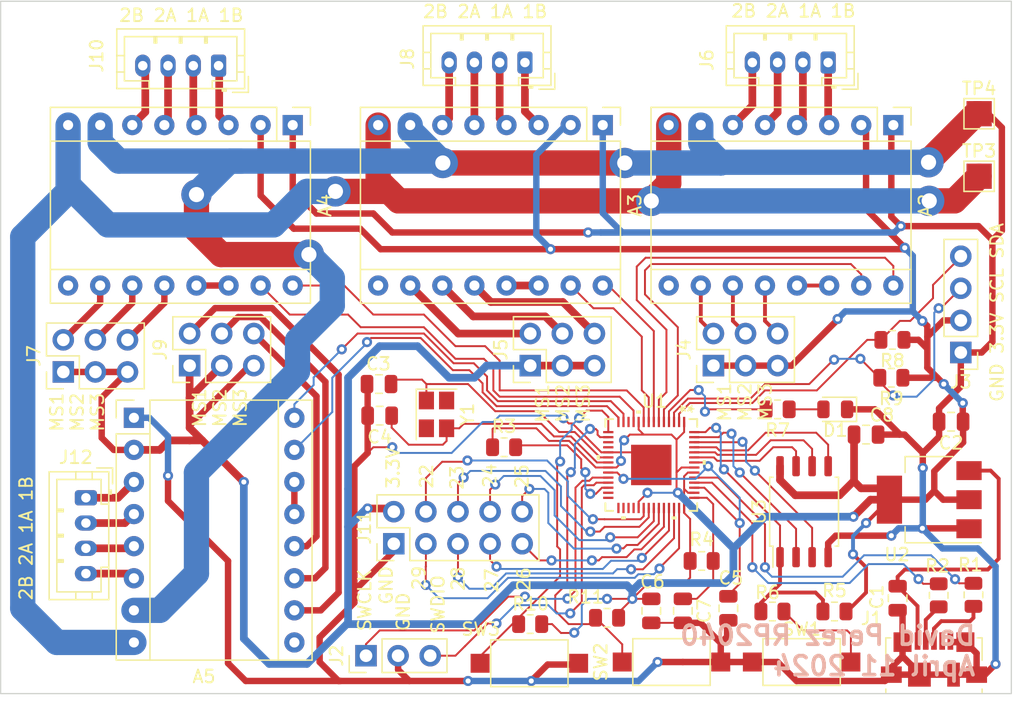
<source format=kicad_pcb>
(kicad_pcb (version 20221018) (generator pcbnew)
  (layers (0 "F.Cu" signal) (31 "B.Cu" signal) (34 "B.Paste" user) (35 "F.Paste" user) (36 "B.SilkS" user "B.Silkscreen") (37 "F.SilkS" user "F.Silkscreen") (38 "B.Mask" user) (39 "F.Mask" user) (44 "Edge.Cuts" user))
  (net 0 "")
  (net 1 "TP_GND")
  (net 2 "+3.3V")
  (net 3 "Net-(A2-1B)")
  (net 4 "Net-(A2-1A)")
  (net 5 "Net-(A2-2A)")
  (net 6 "Net-(A2-2B)")
  (net 7 "TP_12V")
  (net 9 "Net-(A2-MS1)")
  (net 10 "Net-(A2-MS2)")
  (net 12 "Net-(A2-MS3)")
  (net 13 "M1_DIR")
  (net 14 "M1_STEP")
  (net 17 "Net-(A3-1B)")
  (net 18 "Net-(A3-1A)")
  (net 19 "Net-(A3-2A)")
  (net 20 "Net-(A3-2B)")
  (net 22 "Net-(A3-MS1)")
  (net 23 "Net-(A3-MS2)")
  (net 24 "GPIO29")
  (net 25 "GPIO28")
  (net 26 "GPIO27")
  (net 27 "GPIO26")
  (net 28 "GPIO25")
  (net 29 "GPIO24")
  (net 30 "GPIO23")
  (net 31 "GPIO22")
  (net 32 "Net-(A3-MS3)")
  (net 33 "Net-(A3-~{RESET})")
  (net 34 "M2_DIR")
  (net 35 "M2_STEP")
  (net 36 "Net-(A4-1B)")
  (net 37 "Net-(A4-1A)")
  (net 38 "Net-(A4-2A)")
  (net 39 "Net-(A4-2B)")
  (net 41 "Net-(A4-MS1)")
  (net 42 "Net-(A4-MS2)")
  (net 43 "Net-(A4-MS3)")
  (net 44 "Net-(A4-~{RESET})")
  (net 45 "M3_STEP")
  (net 46 "M3_DIR")
  (net 47 "Net-(A5-1B)")
  (net 48 "Net-(A5-1A)")
  (net 49 "Net-(A5-2A)")
  (net 50 "Net-(A5-2B)")
  (net 52 "Net-(A5-MS1)")
  (net 53 "Net-(A5-MS2)")
  (net 54 "Net-(A5-MS3)")
  (net 55 "Net-(A5-~{RESET})")
  (net 56 "M4_STEP")
  (net 57 "M4_DIR")
  (net 58 "+5V")
  (net 59 "X0")
  (net 60 "X1")
  (net 61 "+1V1")
  (net 62 "Net-(U1-ADC_AVDD)")
  (net 63 "Net-(D1-A)")
  (net 64 "Net-(J1-D-)")
  (net 65 "Net-(J1-D+)")
  (net 67 "SWCLK")
  (net 68 "SWDIO")
  (net 69 "SCL")
  (net 70 "SDA")
  (net 71 "USB_DP")
  (net 72 "USB_DM")
  (net 73 "Net-(U1-RUN)")
  (net 74 "MCS")
  (net 75 "Net-(R6-Pad1)")
  (net 76 "LED0")
  (net 77 "BUTTON2")
  (net 78 "BUTTON1")
  (net 79 "IO3")
  (net 80 "MCLK")
  (net 81 "IO0")
  (net 82 "IO2")
  (net 83 "IO1")
  (net 90 "Net-(A2-~{RESET})")
  (footprint "Module:Pololu_Breakout-16_15.2x20.3mm" (layer "F.Cu") (at 158.66 86 -90)
    (fp_text reference "A3")
    (fp_text value "Pololu_Breakout_A4988")
  )
  (footprint "Resistor_SMD:R_0805_2012Metric" (layer "F.Cu") (at 177 124.5)
    (fp_text reference "R5")
    (fp_text value "10K")
  )
  (footprint "Capacitor_SMD:C_0805_2012Metric" (layer "F.Cu") (at 182 123.45 -90)
    (fp_text reference "C1")
    (fp_text value "100nF")
  )
  (footprint "Resistor_SMD:R_0805_2012Metric" (layer "F.Cu") (at 188 123.1825 90)
    (fp_text reference "R1")
    (fp_text value "27")
  )
  (footprint "Connector_PinHeader_2.54mm:PinHeader_2x03_P2.54mm_Vertical" (layer "F.Cu") (at 167.42 105.04 90)
    (fp_text reference "J4")
    (fp_text value "Conn_02x03_Odd_Even")
  )
  (footprint "Module:Pololu_Breakout-16_15.2x20.3mm" (layer "F.Cu") (at 181.66 86 -90)
    (fp_text reference "A2")
    (fp_text value "Pololu_Breakout_A4988")
  )
  (footprint "Capacitor_SMD:C_0805_2012Metric" (layer "F.Cu") (at 162.5 124.45 -90)
    (fp_text reference "C6")
    (fp_text value "10uF")
  )
  (footprint "Crystal:Crystal_SMD_SeikoEpson_FA238-4Pin_3.2x2.5mm" (layer "F.Cu") (at 145.5 108.9 -90)
    (fp_text reference "Y1")
    (fp_text value "12Mhz")
  )
  (footprint "Resistor_SMD:R_0805_2012Metric" (layer "F.Cu") (at 172.0875 124.5 180)
    (fp_text reference "R6")
    (fp_text value "1K")
  )
  (footprint "Package_TO_SOT_SMD:SOT-223-3_TabPin2" (layer "F.Cu") (at 184.5 115.65 180)
    (fp_text reference "U2")
    (fp_text value "AMS1117-3.3")
  )
  (footprint "TestPoint:TestPoint_Pad_2.0x2.0mm" (layer "F.Cu") (at 188.45 90.05)
    (fp_text reference "TP3")
    (fp_text value "TestPoint")
  )
  (footprint "Connector_JST:JST_PH_B4B-PH-K_1x04_P2.00mm_Vertical" (layer "F.Cu") (at 117.75 115.5 -90)
    (fp_text reference "J12")
    (fp_text value "Conn_01x04")
  )
  (footprint "Capacitor_SMD:C_0805_2012Metric" (layer "F.Cu") (at 165 124.45 -90)
    (fp_text reference "C7")
    (fp_text value "10uF")
  )
  (footprint "Connector_PinHeader_2.54mm:PinHeader_1x04_P2.54mm_Vertical" (layer "F.Cu") (at 187 104 180)
    (fp_text reference "J3")
    (fp_text value "Conn_01x04")
  )
  (footprint "Resistor_SMD:R_0805_2012Metric" (layer "F.Cu") (at 181.5 106 180)
    (fp_text reference "R9")
    (fp_text value "4.7K")
  )
  (footprint "Resistor_SMD:R_0805_2012Metric" (layer "F.Cu") (at 181.5875 103 180)
    (fp_text reference "R8")
    (fp_text value "4.7K")
  )
  (footprint "Resistor_SMD:R_0805_2012Metric" (layer "F.Cu") (at 159 125 180)
    (fp_text reference "R11")
    (fp_text value "4.7K")
  )
  (footprint "RP2040:IC57_RP2040" (layer "F.Cu") (at 162.499999 112.9036 -90)
    (fp_text reference "U1")
    (fp_text value "RP2040")
  )
  (footprint "Button_Switch_SMD:SW_SPST_CK_RS282G05A3" (layer "F.Cu") (at 174.4 128.5)
    (fp_text reference "SW1")
    (fp_text value "SW_Push")
  )
  (footprint "Connector_PinHeader_2.54mm:PinHeader_1x03_P2.54mm_Vertical" (layer "F.Cu") (at 139.92 128 90)
    (fp_text reference "J2")
    (fp_text value "Conn_01x03")
  )
  (footprint "Button_Switch_SMD:SW_SPST_CK_RS282G05A3" (layer "F.Cu") (at 164.1 128.5)
    (fp_text reference "SW2")
    (fp_text value "SW_Push")
  )
  (footprint "Connector_JST:JST_PH_B4B-PH-K_1x04_P2.00mm_Vertical" (layer "F.Cu") (at 128.25 81.3 180)
    (fp_text reference "J10")
    (fp_text value "Conn_01x04")
  )
  (footprint "Resistor_SMD:R_0805_2012Metric" (layer "F.Cu") (at 150.85 111.5)
    (fp_text reference "R3")
    (fp_text value "10K")
  )
  (footprint "Module:Pololu_Breakout-16_15.2x20.3mm" (layer "F.Cu") (at 121.55 109.17)
    (fp_text reference "A5")
    (fp_text value "Pololu_Breakout_A4988")
  )
  (footprint "Resistor_SMD:R_0805_2012Metric" (layer "F.Cu") (at 152.9125 125.5 180)
    (fp_text reference "R10")
    (fp_text value "4.7K")
  )
  (footprint "Capacitor_SMD:C_0805_2012Metric" (layer "F.Cu") (at 179.5 110.5)
    (fp_text reference "C8")
    (fp_text value "100nF")
  )
  (footprint "Button_Switch_SMD:SW_SPST_CK_RS282G05A3" (layer "F.Cu") (at 152.85 128.6)
    (fp_text reference "SW3")
    (fp_text value "SW_Push")
  )
  (footprint "Connector_PinHeader_2.54mm:PinHeader_2x03_P2.54mm_Vertical" (layer "F.Cu") (at 152.92 105.04 90)
    (fp_text reference "J5")
    (fp_text value "Conn_02x03_Odd_Even")
  )
  (footprint "Resistor_SMD:R_0805_2012Metric" (layer "F.Cu") (at 185.25 123.2225 90)
    (fp_text reference "R2")
    (fp_text value "27")
  )
  (footprint "LED_SMD:LED_0805_2012Metric" (layer "F.Cu") (at 177.0625 108.5 180)
    (fp_text reference "D1")
    (fp_text value "LED")
  )
  (footprint "Capacitor_SMD:C_0805_2012Metric" (layer "F.Cu") (at 168.6 124.25 -90)
    (fp_text reference "C5")
    (fp_text value "10uF")
  )
  (footprint "Resistor_SMD:R_0805_2012Metric" (layer "F.Cu") (at 166.4875 120.5 180)
    (fp_text reference "R4")
    (fp_text value "100")
  )
  (footprint "Connector_PinHeader_2.54mm:PinHeader_2x03_P2.54mm_Vertical" (layer "F.Cu") (at 115.96 105.54 90)
    (fp_text reference "J7")
    (fp_text value "Conn_02x03_Odd_Even")
  )
  (footprint "Connector_PinHeader_2.54mm:PinHeader_2x05_P2.54mm_Vertical" (layer "F.Cu") (at 142.12 119.14 90)
    (fp_text reference "J11")
    (fp_text value "Conn_02x05_Top_Bottom")
  )
  (footprint "Capacitor_SMD:C_0805_2012Metric" (layer "F.Cu") (at 140.95 106.5 180)
    (fp_text reference "C3")
    (fp_text value "15pF")
  )
  (footprint "Package_SO:SOIC-8_5.23x5.23mm_P1.27mm" (layer "F.Cu") (at 174.595 116.6 90)
    (fp_text reference "U3")
    (fp_text value "W25Q32JVSS")
  )
  (footprint "Resistor_SMD:R_0805_2012Metric" (layer "F.Cu") (at 172.5 108.5 180)
    (fp_text reference "R7")
    (fp_text value "1K")
  )
  (footprint "TestPoint:TestPoint_Pad_2.0x2.0mm" (layer "F.Cu") (at 188.45 85.1)
    (fp_text reference "TP4")
    (fp_text value "TestPoint")
  )
  (footprint "Capacitor_SMD:C_0805_2012Metric" (layer "F.Cu") (at 186.23 109.48 180)
    (fp_text reference "C2")
    (fp_text value "100nF")
  )
  (footprint "Connector_USB:USB_Micro-B_Molex_47346-0001" (layer "F.Cu") (at 184.875 128.3)
    (fp_text reference "J1")
    (fp_text value "USB_B_Micro")
  )
  (footprint "Connector_PinHeader_2.54mm:PinHeader_2x03_P2.54mm_Vertical" (layer "F.Cu") (at 125.96 105.04 90)
    (fp_text reference "J9")
    (fp_text value "Conn_02x03_Odd_Even")
  )
  (footprint "Module:Pololu_Breakout-16_15.2x20.3mm" (layer "F.Cu") (at 134.12 86 -90)
    (fp_text reference "A4")
    (fp_text value "Pololu_Breakout_A4988")
  )
  (footprint "Connector_JST:JST_PH_B4B-PH-K_1x04_P2.00mm_Vertical" (layer "F.Cu") (at 152.5 81.05 180)
    (fp_text reference "J8")
    (fp_text value "Conn_01x04")
  )
  (footprint "Connector_JST:JST_PH_B4B-PH-K_1x04_P2.00mm_Vertical" (layer "F.Cu") (at 176.5 81.05 180)
    (fp_text reference "J6")
    (fp_text value "Conn_01x04")
  )
  (footprint "Capacitor_SMD:C_0805_2012Metric" (layer "F.Cu") (at 141 109 180)
    (fp_text reference "C4")
    (fp_text value "15pF")
  )
  (gr_rect (start 111 76.2) (end 191 131) (stroke (width 0.1)) (fill none) (layer "Edge.Cuts"))
  (gr_text "David Perez RP2040\nApril 11 2024" (at 188.3 129.7) (layer "B.SilkS") (effects (font (size 1.5 1.5) (thickness 0.3) bold) (justify left bottom mirror)))
  (gr_text "22" (at 145.3 114.85 90) (layer "F.SilkS") (effects (font (size 1 1)) (justify left bottom)))
  (gr_text "28" (at 147.8 122.95 90) (layer "F.SilkS") (effects (font (size 1 1)) (justify left bottom)))
  (gr_text "MS1\nMS2\nMS3" (at 130.55 110 90) (layer "F.SilkS") (effects (font (size 1 1)) (justify left bottom)))
  (gr_text "GND" (at 143.45 126.15 90) (layer "F.SilkS") (effects (font (size 1 1)) (justify left bottom)))
  (gr_text "MS1\nMS2\nMS3" (at 157.7 109.65 90) (layer "F.SilkS") (effects (font (size 1 1)) (justify left bottom)))
  (gr_text "SWDIO" (at 146.2 126.35 90) (layer "F.SilkS") (effects (font (size 1 1)) (justify left bottom)))
  (gr_text "29" (at 144.7 122.9 90) (layer "F.SilkS") (effects (font (size 1 1)) (justify left bottom)))
  (gr_text "SWCLK" (at 140.4 126.15 90) (layer "F.SilkS") (effects (font (size 1 1)) (justify left bottom)))
  (gr_text "24" (at 150.3 114.8 90) (layer "F.SilkS") (effects (font (size 1 1)) (justify left bottom)))
  (gr_text "2B 2A 1A 1B" (at 113.6 123.7 90) (layer "F.SilkS") (effects (font (size 1 1)) (justify left bottom)))
  (gr_text "MS1\nMS2\nMS3" (at 119.25 110.35 90) (layer "F.SilkS") (effects (font (size 1 1)) (justify left bottom)))
  (gr_text "2B 2A 1A 1B" (at 120.3 77.9) (layer "F.SilkS") (effects (font (size 1 1)) (justify left bottom)))
  (gr_text "27" (at 150.45 123.1 90) (layer "F.SilkS") (effects (font (size 1 1)) (justify left bottom)))
  (gr_text "2B 2A 1A 1B" (at 144.35 77.6) (layer "F.SilkS") (effects (font (size 1 1)) (justify left bottom)))
  (gr_text "3.3V" (at 142.65 114.85 90) (layer "F.SilkS") (effects (font (size 1 1)) (justify left bottom)))
  (gr_text "26" (at 153 123 90) (layer "F.SilkS") (effects (font (size 1 1)) (justify left bottom)))
  (gr_text "GND" (at 142.1 124.05 90) (layer "F.SilkS") (effects (font (size 1 1)) (justify left bottom)))
  (gr_text "25" (at 152.85 114.85 90) (layer "F.SilkS") (effects (font (size 1 1)) (justify left bottom)))
  (gr_text "23" (at 147.7 114.95 90) (layer "F.SilkS") (effects (font (size 1 1)) (justify left bottom)))
  (gr_text "GND 3.3V SCL SDA" (at 190.45 108 90) (layer "F.SilkS") (effects (font (size 1 1)) (justify left bottom)))
  (gr_text "2B 2A 1A 1B" (at 168.75 77.55) (layer "F.SilkS") (effects (font (size 1 1)) (justify left bottom)))
  (gr_text "MS1\nMS2\nMS3" (at 172.1 109.55 90) (layer "F.SilkS") (effects (font (size 1 1)) (justify left bottom)))
  (segment (start 186.425 129.5) (end 183.725 129.5) (width 0.508) (layer "F.Cu") (net 1))
  (segment (start 189.5 103.15) (end 189.5 95.1) (width 0.508) (layer "F.Cu") (net 1))
  (segment (start 185.28 110.67) (end 185.28 109.48) (width 0.508) (layer "F.Cu") (net 1))
  (segment (start 140.05 109) (end 140.05 106.55) (width 0.508) (layer "F.Cu") (net 1))
  (segment (start 182.3875 126.925) (end 182.3875 124.7875) (width 0.508) (layer "F.Cu") (net 1))
  (segment (start 182.55 110.5) (end 180.45 110.5) (width 0.508) (layer "F.Cu") (net 1))
  (segment (start 136 93) (end 134.12 91.12) (width 0.508) (layer "F.Cu") (net 1))
  (segment (start 188.65 104) (end 189.5 103.15) (width 0.508) (layer "F.Cu") (net 1))
  (segment (start 188.25 129.5) (end 188.91 129.5) (width 0.508) (layer "F.Cu") (net 1))
  (segment (start 158.547067 111.903599) (end 159.096399 111.903599) (width 0.1524) (layer "F.Cu") (net 1))
  (segment (start 176.5 119.1) (end 176.5 120.2) (width 0.508) (layer "F.Cu") (net 1))
  (segment (start 181.5 129.5) (end 181.21 129.5) (width 0.508) (layer "F.Cu") (net 1))
  (segment (start 168 127) (end 166.4 125.4) (width 0.508) (layer "F.Cu") (net 1))
  (segment (start 184.444365 88.855635) (end 184.444365 88.944365) (width 2) (layer "F.Cu") (net 1))
  (segment (start 168 127) (end 168.5 126.5) (width 0.508) (layer "F.Cu") (net 1))
  (segment (start 182.15 110.5) (end 182.15 110.45) (width 0.508) (layer "F.Cu") (net 1))
  (segment (start 185.28 109.48) (end 185.28 108.42) (width 0.508) (layer "F.Cu") (net 1))
  (segment (start 183.725 129.39) (end 182.3875 128.0525) (width 0.508) (layer "F.Cu") (net 1))
  (segment (start 188.45 85.1) (end 188.2 85.1) (width 2) (layer "F.Cu") (net 1))
  (segment (start 187.3625 126.925) (end 186.26 126.925) (width 0.508) (layer "F.Cu") (net 1))
  (segment (start 129 120.5) (end 124.25 115.75) (width 0.508) (layer "F.Cu") (net 1))
  (segment (start 159.096399 111.903599) (end 161.499998 111.903599) (width 0.1524) (layer "F.Cu") (net 1))
  (segment (start 129 128.6) (end 129 120.5) (width 0.508) (layer "F.Cu") (net 1))
  (segment (start 155.964932 109.614932) (end 156.2584 109.614932) (width 0.1524) (layer "F.Cu") (net 1))
  (segment (start 143.35 130) (end 142.46 129.11) (width 0.508) (layer "F.Cu") (net 1))
  (segment (start 185.28 108.42) (end 187 106.7) (width 0.508) (layer "F.Cu") (net 1))
  (segment (start 157.5 94.5) (end 142 94.5) (width 0.508) (layer "F.Cu") (net 1))
  (segment (start 162.5 125.4) (end 165 125.4) (width 0.1524) (layer "F.Cu") (net 1))
  (segment (start 130.4 130) (end 129 128.6) (width 0.508) (layer "F.Cu") (net 1))
  (segment (start 139 122.86) (end 142.12 119.74) (width 0.508) (layer "F.Cu") (net 1))
  (segment (start 154.3 128.7) (end 156.75 128.7) (width 0.508) (layer "F.Cu") (net 1))
  (segment (start 188.25 129.5) (end 188.25 127.8125) (width 0.508) (layer "F.Cu") (net 1))
  (segment (start 188.25 129.5) (end 186.425 129.5) (width 0.508) (layer "F.Cu") (net 1))
  (segment (start 161.499998 111.903599) (end 162.499999 112.9036) (width 0.1524) (layer "F.Cu") (net 1))
  (segment (start 186.26 126.925) (end 186.204 126.869) (width 0.508) (layer "F.Cu") (net 1))
  (segment (start 148 130) (end 130.4 130) (width 0.508) (layer "F.Cu") (net 1))
  (segment (start 128.45 96.25) (end 135.4 96.25) (width 2) (layer "F.Cu") (net 1))
  (segment (start 124.25 115.75) (end 124.25 113.75) (width 0.508) (layer "F.Cu") (net 1))
  (segment (start 172.5 128.5) (end 170.5 128.5) (width 0.508) (layer "F.Cu") (net 1))
  (segment (start 140.5 93) (end 136 93) (width 0.508) (layer "F.Cu") (net 1))
  (segment (start 126.5 91.5) (end 126.5 94.3) (width 2) (layer "F.Cu") (net 1))
  (segment (start 189.5 95.1) (end 190.25 94.35) (width 0.508) (layer "F.Cu") (net 1))
  (segment (start 182.3875 128.0525) (end 182.3875 126.925) (width 0.508) (layer "F.Cu") (net 1))
  (segment (start 181.5 93.25) (end 181.5 86.16) (width 0.508) (layer "F.Cu") (net 1))
  (segment (start 168 128.5) (end 165 128.5) (width 0.508) (layer "F.Cu") (net 1))
  (segment (start 170.5 128.5) (end 168 128.5) (width 0.508) (layer "F.Cu") (net 1))
  (segment (start 139 122.4) (end 139 122.86) (width 0.508) (layer "F.Cu") (net 1))
  (segment (start 183.99 113.14) (end 183.99 111.96) (width 0.508) (layer "F.Cu") (net 1))
  (segment (start 182.3875 124.7875) (end 182 124.4) (width 0.508) (layer "F.Cu") (net 1))
  (segment (start 168.5 125.3) (end 168.6 125.2) (width 0.508) (layer "F.Cu") (net 1))
  (segment (start 181 130) (end 174 130) (width 0.508) (layer "F.Cu") (net 1))
  (segment (start 187 104) (end 188.65 104) (width 0.508) (layer "F.Cu") (net 1))
  (segment (start 136.25 126.55) (end 139 123.8) (width 0.508) (layer "F.Cu") (net 1))
  (segment (start 189.15 85.1) (end 188.45 85.1) (width 0.508) (layer "F.Cu") (net 1))
  (segment (start 139 122.4) (end 139 113) (width 0.508) (layer "F.Cu") (net 1))
  (segment (start 183.725 129.5) (end 183.725 129.39) (width 0.508) (layer "F.Cu") (net 1))
  (segment (start 134.12 91.12) (end 134.12 86) (width 0.508) (layer "F.Cu") (net 1))
  (segment (start 183.99 111.96) (end 185.28 110.67) (width 0.508) (layer "F.Cu") (net 1))
  (segment (start 165 128.5) (end 163 128.5) (width 0.508) (layer "F.Cu") (net 1))
  (segment (start 181.5 129.5) (end 181 130) (width 0.508) (layer "F.Cu") (net 1))
  (segment (start 182.25 94) (end 181.5 93.25) (width 0.508) (layer "F.Cu") (net 1))
  (segment (start 168 128.5) (end 168 127) (width 0.508) (layer "F.Cu") (net 1))
  (segment (start 190.25 86.2) (end 189.15 85.1) (width 0.508) (layer "F.Cu") (net 1))
  (segment (start 177.1 118.5) (end 176.5 119.1) (width 0.508) (layer "F.Cu") (net 1))
  (segment (start 186.425 129.5) (end 186.425 129.175) (width 0.508) (layer "F.Cu") (net 1))
  (segment (start 181.5 128.94) (end 182.3875 128.0525) (width 0.508) (layer "F.Cu") (net 1))
  (segment (start 182.15 110.45) (end 180.2 108.5) (width 0.508) (layer "F.Cu") (net 1))
  (segment (start 190.25 94.35) (end 190.25 86.2) (width 0.508) (layer "F.Cu") (net 1))
  (segment (start 142 111.5) (end 140.5 111.5) (width 0.1524) (layer "F.Cu") (net 1))
  (segment (start 181.5 86.16) (end 181.66 86) (width 0.508) (layer "F.Cu") (net 1))
  (segment (start 155.55 109.2) (end 155.964932 109.614932) (width 0.1524) (layer "F.Cu") (net 1))
  (segment (start 140.05 106.55) (end 140 106.5) (width 0.508) (layer "F.Cu") (net 1))
  (segment (start 183.96 117.92) (end 187.62 117.92) (width 0.508) (layer "F.Cu") (net 1))
  (segment (start 137.9 130) (end 137.75 130) (width 0.508) (layer "F.Cu") (net 1))
  (segment (start 139 123.8) (end 139 122.4) (width 0.508) (layer "F.Cu") (net 1))
  (segment (start 186.204 126.869) (end 186.204 126.84) (width 0.508) (layer "F.Cu") (net 1))
  (segment (start 188.4 94) (end 182.25 94) (width 0.508) (layer "F.Cu") (net 1))
  (segment (start 156.2584 109.614932) (end 158.547067 111.903599) (width 0.1524) (layer "F.Cu") (net 1))
  (segment (start 142 94.5) (end 140.5 93) (width 0.508) (layer "F.Cu") (net 1))
  (segment (start 180.2 108.5) (end 178 108.5) (width 0.508) (layer "F.Cu") (net 1))
  (segment (start 188.25 127.8125) (end 187.3625 126.925) (width 0.508) (layer "F.Cu") (net 1))
  (segment (start 188.2 85.1) (end 184.444365 88.855635) (width 2) (layer "F.Cu") (net 1))
  (segment (start 188.45 85.1) (end 188.5 85.05) (width 0.508) (layer "F.Cu") (net 1))
  (segment (start 187 106.7) (end 187 104) (width 0.508) (layer "F.Cu") (net 1))
  (segment (start 183.725 129.5) (end 181.5 129.5) (width 0.508) (layer "F.Cu") (net 1))
  (segment (start 139 113) (end 140.05 111.95) (width 0.508) (layer "F.Cu") (net 1))
  (segment (start 136.25 128.5) (end 136.25 126.55) (width 0.508) (layer "F.Cu") (net 1))
  (segment (start 174 130) (end 172.5 128.5) (width 0.508) (layer "F.Cu") (net 1))
  (segment (start 142.46 129.11) (end 142.46 128) (width 0.508) (layer "F.Cu") (net 1))
  (segment (start 181.5 129.5) (end 181.5 128.94) (width 0.508) (layer "F.Cu") (net 1))
  (segment (start 183.99 111.94) (end 182.55 110.5) (width 0.508) (layer "F.Cu") (net 1))
  (segment (start 160.4 89) (end 146 89) (width 2) (layer "F.Cu") (net 1))
  (segment (start 140.05 111.95) (end 140.05 109) (width 0.508) (layer "F.Cu") (net 1))
  (segment (start 126.5 94.3) (end 128.45 96.25) (width 2) (layer "F.Cu") (net 1))
  (segment (start 188.91 129.5) (end 189.75 128.66) (width 0.508) (layer "F.Cu") (net 1))
  (segment (start 137.75 130) (end 136.25 128.5) (width 0.508) (layer "F.Cu") (net 1))
  (segment (start 183.99 111.96) (end 183.99 111.94) (width 0.508) (layer "F.Cu") (net 1))
  (segment (start 153 130) (end 154.3 128.7) (width 0.508) (layer "F.Cu") (net 1))
  (segment (start 189.5 95.1) (end 188.4 94) (width 0.508) (layer "F.Cu") (net 1))
  (segment (start 181.5 118.5) (end 177.1 118.5) (width 0.508) (layer "F.Cu") (net 1))
  (segment (start 140.5 111.5) (end 140.05 111.95) (width 0.1524) (layer "F.Cu") (net 1))
  (segment (start 168.5 126.5) (end 168.5 125.3) (width 0.508) (layer "F.Cu") (net 1))
  (segment (start 187.62 117.92) (end 187.65 117.95) (width 0.508) (layer "F.Cu") (net 1))
  (segment (start 166.4 125.4) (end 165 125.4) (width 0.508) (layer "F.Cu") (net 1))
  (via (at 182.25 94) (size 0.8) (drill 0.4) (layers "F.Cu" "B.Cu") (net 1))
  (via (at 184.444365 88.944365) (size 2.4) (drill 1.2) (layers "F.Cu" "B.Cu") (net 1))
  (via (at 189.75 128.66) (size 0.8) (drill 0.4) (layers "F.Cu" "B.Cu") (net 1))
  (via (at 181.5 118.5) (size 0.8) (drill 0.4) (layers "F.Cu" "B.Cu") (net 1))
  (via (at 157.5 94.5) (size 0.8) (drill 0.4) (layers "F.Cu" "B.Cu") (net 1))
  (via (at 135.4 96.25) (size 2.4) (drill 1.2) (layers "F.Cu" "B.Cu") (net 1))
  (via (at 183.99 113.14) (size 0.8) (drill 0.4) (layers "F.Cu" "B.Cu") (net 1))
  (via (at 124.25 113.75) (size 0.8) (drill 0.4) (layers "F.Cu" "B.Cu") (net 1))
  (via (at 183.96 117.92) (size 0.8) (drill 0.4) (layers "F.Cu" "B.Cu") (net 1))
  (via (at 155.55 109.2) (size 0.8) (drill 0.4) (layers "F.Cu" "B.Cu") (net 1))
  (via (at 160.4 89) (size 2.4) (drill 1.2) (layers "F.Cu" "B.Cu") (net 1))
  (via (at 142 111.5) (size 0.8) (drill 0.4) (layers "F.Cu" "B.Cu") (net 1))
  (via (at 163 128.5) (size 0.8) (drill 0.4) (layers "F.Cu" "B.Cu") (net 1))
  (via (at 148 130) (size 0.8) (drill 0.4) (layers "F.Cu" "B.Cu") (net 1))
  (via (at 153 130) (size 0.8) (drill 0.4) (layers "F.Cu" "B.Cu") (net 1))
  (via (at 146 89) (size 2.4) (drill 1.2) (layers "F.Cu" "B.Cu") (net 1))
  (via (at 126.5 91.5) (size 2.4) (drill 1.2) (layers "F.Cu" "B.Cu") (net 1))
  (segment (start 182.08 117.92) (end 183.96 117.92) (width 0.508) (layer "B.Cu") (net 1))
  (segment (start 153 130) (end 148 130) (width 0.508) (layer "B.Cu") (net 1))
  (segment (start 137.25 100.3) (end 134.5 103.05) (width 2) (layer "B.Cu") (net 1))
  (segment (start 145.85 88.85) (end 120.35 88.85) (width 2) (layer "B.Cu") (net 1))
  (segment (start 150 109.5) (end 149.15 109.5) (width 0.1524) (layer "B.Cu") (net 1))
  (segment (start 183.99 117.89) (end 183.96 117.92) (width 0.508) (layer "B.Cu") (net 1))
  (segment (start 126.5 91.45) (end 126.5 91.5) (width 2) (layer "B.Cu") (net 1))
  (segment (start 135.4 96.25) (end 137.25 98.1) (width 2) (layer "B.Cu") (net 1))
  (segment (start 137.25 98.1) (end 137.25 100.3) (width 2) (layer "B.Cu") (net 1))
  (segment (start 168.055635 88.944365) (end 168 89) (width 2) (layer "B.Cu") (net 1))
  (segment (start 146 89) (end 145.85 88.85) (width 2) (layer "B.Cu") (net 1))
  (segment (start 181.5 118.5) (end 182.08 117.92) (width 0.508) (layer "B.Cu") (net 1))
  (segment (start 130.1 88.85) (end 129.1 88.85) (width 2) (layer "B.Cu") (net 1))
  (segment (start 143.42 86.42) (end 143.42 86) (width 2) (layer "B.Cu") (net 1))
  (segment (start 161.5 130) (end 153 130) (width 0.508) (layer "B.Cu") (net 1))
  (segment (start 134.5 105.5) (end 126.5 113.5) (width 2) (layer "B.Cu") (net 1))
  (segment (start 124.25 113.75) (end 124.25 110.65) (width 0.508) (layer "B.Cu") (net 1))
  (segment (start 163 128.5) (end 161.5 130) (width 0.508) (layer "B.Cu") (net 1))
  (segment (start 155.35 109) (end 150.5 109) (width 0.1524) (layer "B.Cu") (net 1))
  (segment (start 183.99 113.14) (end 183.99 117.89) (width 0.508) (layer "B.Cu") (net 1))
  (segment (start 158.66 92.96) (end 158.66 86) (width 0.508) (layer "B.Cu") (net 1))
  (segment (start 150.5 109) (end 150 109.5) (width 0.1524) (layer "B.Cu") (net 1))
  (segment (start 124.25 110.65) (end 122.77 109.17) (width 0.508) (layer "B.Cu") (net 1))
  (segment (start 183.96 117.92) (end 185.55 119.51) (width 0.508) (layer "B.Cu") (net 1))
  (segment (start 142.45 111.95) (end 142 111.5) (width 0.1524) (layer "B.Cu") (net 1))
  (segment (start 118.88 87.38) (end 118.88 86) (width 2) (layer "B.Cu") (net 1))
  (segment (start 168 89) (end 166.42 87.42) (width 2) (layer "B.Cu") (net 1))
  (segment (start 123.59 124.41) (end 121.55 124.41) (width 2) (layer "B.Cu") (net 1))
  (segment (start 122.77 109.17) (end 121.55 109.17) (width 0.508) (layer "B.Cu") (net 1))
  (segment (start 146 89) (end 144.75 87.75) (width 2) (layer "B.Cu") (net 1))
  (segment (start 189.75 120.92) (end 189.75 128.66) (width 0.508) (layer "B.Cu") (net 1))
  (segment (start 181.75 94.5) (end 158.5 94.5) (width 0.508) (layer "B.Cu") (net 1))
  (segment (start 129.1 88.85) (end 126.5 91.45) (width 2) (layer "B.Cu") (net 1))
  (segment (start 184.444365 88.944365) (end 168.055635 88.944365) (width 2) (layer "B.Cu") (net 1))
  (segment (start 160.4 89) (end 168 89) (width 2) (layer "B.Cu") (net 1))
  (segment (start 149.15 109.5) (end 146.7 111.95) (width 0.1524) (layer "B.Cu") (net 1))
  (segment (start 182.25 94) (end 181.75 94.5) (width 0.508) (layer "B.Cu") (net 1))
  (segment (start 155.55 109.2) (end 155.35 109) (width 0.1524) (layer "B.Cu") (net 1))
  (segment (start 166.42 87.42) (end 166.42 86) (width 2) (layer "B.Cu") (net 1))
  (segment (start 188.34 119.51) (end 189.75 120.92) (width 0.508) (layer "B.Cu") (net 1))
  (segment (start 158.5 94.5) (end 160.2 94.5) (width 0.508) (layer "B.Cu") (net 1))
  (segment (start 160.2 94.5) (end 158.66 92.96) (width 0.508) (layer "B.Cu") (net 1))
  (segment (start 126.5 113.5) (end 126.5 121.5) (width 2) (layer "B.Cu") (net 1))
  (segment (start 144.75 87.75) (end 143.42 86.42) (width 2) (layer "B.Cu") (net 1))
  (segment (start 158.5 94.5) (end 157.5 94.5) (width 0.508) (layer "B.Cu") (net 1))
  (segment (start 134.5 103.05) (end 134.5 105.5) (width 2) (layer "B.Cu") (net 1))
  (segment (start 120.35 88.85) (end 118.88 87.38) (width 2) (layer "B.Cu") (net 1))
  (segment (start 185.55 119.51) (end 188.34 119.51) (width 0.508) (layer "B.Cu") (net 1))
  (segment (start 146.7 111.95) (end 142.45 111.95) (width 0.1524) (layer "B.Cu") (net 1))
  (segment (start 126.5 121.5) (end 123.59 124.41) (width 2) (layer "B.Cu") (net 1))
  (segment (start 184.2 115.65) (end 184.9 114.95) (width 0.508) (layer "F.Cu") (net 2))
  (segment (start 121.04 105.54) (end 119 107.58) (width 0.508) (layer "F.Cu") (net 2))
  (segment (start 141.075047 95.825047) (end 139.45 94.2) (width 0.508) (layer "F.Cu") (net 2))
  (segment (start 179.5 92.65) (end 179.5 86.38) (width 0.508) (layer "F.Cu") (net 2))
  (segment (start 185.65 106.5) (end 185.15 106) (width 0.508) (layer "F.Cu") (net 2))
  (segment (start 155.35 126.2) (end 154.65 125.5) (width 0.1524) (layer "F.Cu") (net 2))
  (segment (start 165.575 121.825) (end 165.1 122.3) (width 0.1524) (layer "F.Cu") (net 2))
  (segment (start 115.96 105.54) (end 118.5 105.54) (width 0.508) (layer "F.Cu") (net 2))
  (segment (start 183.953146 101.503146) (end 184.35 101.9) (width 0.508) (layer "F.Cu") (net 2))
  (segment (start 173.9 115.3) (end 177.4 115.3) (width 0.6096) (layer "F.Cu") (net 2))
  (segment (start 154.522553 95.825047) (end 141.075047 95.825047) (width 0.508) (layer "F.Cu") (net 2))
  (segment (start 124.34 110.96) (end 123.59 111.71) (width 0.6096) (layer "F.Cu") (net 2))
  (segment (start 160.101761 112.745938) (end 159.744099 113.1036) (width 0.1524) (layer "F.Cu") (net 2))
  (segment (start 165.396401 113.503599) (end 165.099999 113.800001) (width 0.1524) (layer "F.Cu") (net 2))
  (segment (start 150 110) (end 149.9375 110.0625) (width 0.1524) (layer "F.Cu") (net 2))
  (segment (start 179.5 121) (end 178.467972 119.967972) (width 0.3048) (layer "F.Cu") (net 2))
  (segment (start 165.099999 113.800001) (end 165.099999 116.3072) (width 0.1524) (layer "F.Cu") (net 2))
  (segment (start 177.25 101.4) (end 173.61 105.04) (width 0.508) (layer "F.Cu") (net 2))
  (segment (start 179.5 123) (end 179.5 121) (width 0.3048) (layer "F.Cu") (net 2))
  (segment (start 172.5 105.04) (end 169.96 105.04) (width 0.508) (layer "F.Cu") (net 2))
  (segment (start 180.6 114.75) (end 179.1 114.75) (width 0.6096) (layer "F.Cu") (net 2))
  (segment (start 181.35 115.5) (end 180.6 114.75) (width 0.6096) (layer "F.Cu") (net 2))
  (segment (start 125.96 107.58) (end 128.5 105.04) (width 0.6096) (layer "F.Cu") (net 2))
  (segment (start 177.4 115.3) (end 178.55 114.15) (width 0.6096) (layer "F.Cu") (net 2))
  (segment (start 165.1 122.3) (end 162.2 122.3) (width 0.1524) (layer "F.Cu") (net 2))
  (segment (start 119 107.58) (end 119 110.75) (width 0.508) (layer "F.Cu") (net 2))
  (segment (start 141.87 116.35) (end 142.12 116.6) (width 0.6096) (layer "F.Cu") (net 2))
  (segment (start 156.381319 126.2) (end 155.35 126.2) (width 0.1524) (layer "F.Cu") (net 2))
  (segment (start 154.5238 95.8238) (end 182.45 95.8238) (width 0.508) (layer "F.Cu") (net 2))
  (segment (start 126.96 110.96) (end 125.96 110.96) (width 0.6096) (layer "F.Cu") (net 2))
  (segment (start 177.9125 124.5) (end 178 124.5) (width 0.3048) (layer "F.Cu") (net 2))
  (segment (start 187 101.46) (end 185.64 101.46) (width 0.508) (layer "F.Cu") (net 2))
  (segment (start 187.15387 108.00387) (end 187.15387 109.45387) (width 0.508) (layer "F.Cu") (net 2))
  (segment (start 179.5 117.5) (end 181.35 115.65) (width 0.3048) (layer "F.Cu") (net 2))
  (segment (start 184.35 105.2) (end 185.15 106) (width 0.508) (layer "F.Cu") (net 2))
  (segment (start 184.9 113.4) (end 187.18 111.12) (width 0.508) (layer "F.Cu") (net 2))
  (segment (start 179.85 115.65) (end 178.5 117) (width 0.6096) (layer "F.Cu") (net 2))
  (segment (start 182.45 95.8238) (end 182.5619 95.7119) (width 0.508) (layer "F.Cu") (net 2))
  (segment (start 177.25 101.35) (end 177.25 101.4) (width 0.508) (layer "F.Cu") (net 2))
  (segment (start 139.45 94.2) (end 134.2 94.2) (width 0.508) (layer "F.Cu") (net 2))
  (segment (start 158.1036 113.1036) (end 155.9976 110.9976) (width 0.1524) (layer "F.Cu") (net 2))
  (segment (start 165.099999 116.699999) (end 165.575 117.175) (width 0.1524) (layer "F.Cu") (net 2))
  (segment (start 123.59 111.71) (end 121.55 111.71) (width 0.6096) (layer "F.Cu") (net 2))
  (segment (start 159.096399 113.1036) (end 158.1036 113.1036) (width 0.1524) (layer "F.Cu") (net 2))
  (segment (start 149.9375 110.0625) (end 149.9375 111.5) (width 0.1524) (layer "F.Cu") (net 2))
  (segment (start 130.25 114.25) (end 126.96 110.96) (width 0.6096) (layer "F.Cu") (net 2))
  (segment (start 185.64 101.46) (end 184.35 102.75) (width 0.508) (layer "F.Cu") (net 2))
  (segment (start 165.099999 110.300001) (end 165.099999 109.5) (width 0.1524) (layer "F.Cu") (net 2))
  (segment (start 164.1 110.5) (end 164.5 110.9) (width 0.1524) (layer "F.Cu") (net 2))
  (segment (start 140.05 116.35) (end 141.87 116.35) (width 0.6096) (layer "F.Cu") (net 2))
  (segment (start 165.099999 116.3072) (end 165.099999 116.699999) (width 0.1524) (layer "F.Cu") (net 2))
  (segment (start 154.4 110.9976) (end 153.4024 110) (width 0.1524) (layer "F.Cu") (net 2))
  (segment (start 152.92 105.04) (end 155.46 105.04) (width 0.6096) (layer "F.Cu") (net 2))
  (segment (start 164.8964 113.1036) (end 164.5 113.5) (width 0.1524) (layer "F.Cu") (net 2))
  (segment (start 131.04 105.04) (end 130.71 105.04) (width 0.508) (layer "F.Cu") (net 2))
  (segment (start 130.71 105.04) (end 125.96 109.79) (width 0.508) (layer "F.Cu") (net 2))
  (segment (start 125.96 110.96) (end 124.34 110.96) (width 0.6096) (layer "F.Cu") (net 2))
  (segment (start 126.96 110.96) (end 125.96 109.96) (width 0.6096) (layer "F.Cu") (net 2))
  (segment (start 160.35 110.95) (end 160.8 110.5) (width 0.1524) (layer "F.Cu") (net 2))
  (segment (start 187.15387 109.45387) (end 187.18 109.48) (width 0.508) (layer "F.Cu") (net 2))
  (segment (start 179.5 86.38) (end 179.12 86) (width 0.508) (layer "F.Cu") (net 2))
  (segment (start 160.8 110.5) (end 164.1 110.5) (width 0.1524) (layer "F.Cu") (net 2))
  (segment (start 161.9 110.5) (end 161.499998 110.099998) (width 0.1524) (layer "F.Cu") (net 2))
  (segment (start 131.58 91.58) (end 131.58 86) (width 0.508) (layer "F.Cu") (net 2))
  (segment (start 159.744099 113.1036) (end 159.096399 113.1036) (width 0.1524) (layer "F.Cu") (net 2))
  (segment (start 184.9 114.95) (end 185.6 115.65) (width 0.508) (layer "F.Cu") (net 2))
  (segment (start 181.35 115.65) (end 181.35 115.5) (width 0.6096) (layer "F.Cu") (net 2))
  (segment (start 161 123.5) (end 159.9125 124.5875) (width 0.1524) (layer "F.Cu") (net 2))
  (segment (start 179.1 114.75) (end 178.55 114.2) (width 0.6096) (layer "F.Cu") (net 2))
  (segment (start 172.69 113) (end 172.69 114.09) (width 0.6096) (layer "F.Cu") (net 2))
  (segment (start 178 124.5) (end 179.5 123) (width 0.3048) (layer "F.Cu") (net 2))
  (segment (start 165.575 121.175) (end 165.575 121.825) (width 0.1524) (layer "F.Cu") (net 2))
  (segment (start 165.903599 115.103601) (end 165.407202 115.103601) (width 0.1524) (layer "F.Cu") (net 2))
  (segment (start 161 123.5) (end 162.5 123.5) (width 0.1524) (layer "F.Cu") (net 2))
  (segment (start 156.405119 126.1762) (end 156.381319 126.2) (width 0.1524) (layer "F.Cu") (net 2))
  (segment (start 185.6 115.65) (end 187.65 115.65) (width 0.508) (layer "F.Cu") (net 2))
  (segment (start 181.35 115.65) (end 184.2 115.65) (width 0.508) (layer "F.Cu") (net 2))
  (segment (start 155.9976 110.9976) (end 154.4 110.9976) (width 0.1524) (layer "F.Cu") (net 2))
  (segment (start 182.5619 95.7119) (end 179.5 92.65) (width 0.508) (layer "F.Cu") (net 2))
  (segment (start 161 123.5) (end 159 123.5) (width 0.1524) (layer "F.Cu") (net 2))
  (segment (start 184.35 101.9) (end 184.35 105.2) (width 0.508) (layer "F.Cu") (net 2))
  (segment (start 169.96 105.04) (end 167.42 105.04) (width 0.508) (layer "F.Cu") (net 2))
  (segment (start 162.2 122.3) (end 161 123.5) (width 0.1524) (layer "F.Cu") (net 2))
  (segment (start 178.55 114.15) (end 178.55 110.5) (width 0.6096) (layer "F.Cu") (net 2))
  (segment (start 125.96 107.75) (end 125.96 107.58) (width 0.6096) (layer "F.Cu") (net 2))
  (segment (start 165.407202 115.103601) (end 165.103601 114.8) (width 0.1524) (layer "F.Cu") (net 2))
  (segment (start 154.65 125.5) (end 153.825 125.5) (width 0.1524) (layer "F.Cu") (net 2))
  (segment (start 187.18 111.12) (end 187.18 109.48) (width 0.508) (layer "F.Cu") (net 2))
  (segment (start 173.61 105.04) (end 172.5 105.04) (width 0.508) (layer "F.Cu") (net 2))
  (segment (start 162.2 115.103802) (end 161.499998 115.803804) (width 0.1524) (layer "F.Cu") (net 2))
  (segment (start 125.96 109.96) (end 125.96 107.75) (width 0.6096) (layer "F.Cu") (net 2))
  (segment (start 119.96 111.71) (end 121.55 111.71) (width 0.508) (layer "F.Cu") (net 2))
  (segment (start 184.35 103.7) (end 183.65 103) (width 0.508) (layer "F.Cu") (net 2))
  (segment (start 155.46 105.04) (end 158 105.04) (width 0.6096) (layer "F.Cu") (net 2))
  (segment (start 164.5 115) (end 164.5 113.5) (width 0.1524) (layer "F.Cu") (net 2))
  (segment (start 134.2 94.2) (end 131.58 91.58) (width 0.508) (layer "F.Cu") (net 2))
  (segment (start 165.575 117.175) (end 165.575 120.5) (width 0.1524) (layer "F.Cu") (net 2))
  (segment (start 154.5238 95.8238) (end 154.522553 95.825047) (width 0.508) (layer "F.Cu") (net 2))
  (segment (start 125.96 107.75) (end 125.96 105.04) (width 0.6096) (layer "F.Cu") (net 2))
  (segment (start 172.69 114.09) (end 173.9 115.3) (width 0.6096) (layer "F.Cu") (net 2))
  (segment (start 161.499998 115.803804) (end 161.499998 116.3072) (width 0.1524) (layer "F.Cu") (net 2))
  (segment (start 164.5 110.9) (end 165.099999 110.300001) (width 0.1524) (layer "F.Cu") (net 2))
  (segment (start 185.15 106) (end 182.4125 106) (width 0.508) (layer "F.Cu") (net 2))
  (segment (start 118.5 105.54) (end 121.04 105.54) (width 0.508) (layer "F.Cu") (net 2))
  (segment (start 165.903599 113.503599) (end 165.396401 113.503599) (width 0.1524) (layer "F.Cu") (net 2))
  (segment (start 160.101761 112.579401) (end 160.101761 112.745938) (width 0.1524) (layer "F.Cu") (net 2))
  (segment (start 181.35 115.65) (end 179.85 115.65) (width 0.6096) (layer "F.Cu") (net 2))
  (segment (start 161 123.5) (end 161 123.175) (width 0.1524) (layer "F.Cu") (net 2))
  (segment (start 161.499998 110.099998) (end 161.499998 109.5) (width 0.1524) (layer "F.Cu") (net 2))
  (segment (start 184.9 114.95) (end 184.9 113.4) (width 0.508) (layer "F.Cu") (net 2))
  (segment (start 183.65 103) (end 182.5 103) (width 0.508) (layer "F.Cu") (net 2))
  (segment (start 177.9125 124.5) (end 177.9125 124.0875) (width 0.3048) (layer "F.Cu") (net 2))
  (segment (start 119 110.75) (end 119.96 111.71) (width 0.508) (layer "F.Cu") (net 2))
  (segment (start 165.903599 113.1036) (end 164.8964 113.1036) (width 0.1524) (layer "F.Cu") (net 2))
  (segment (start 153.4024 110) (end 150 110) (width 0.1524) (layer "F.Cu") (net 2))
  (segment (start 164.5 113.5) (end 164.5 110.9) (width 0.1524) (layer "F.Cu") (net 2))
  (segment (start 159.9125 124.5875) (end 159.9125 125) (width 0.1524) (layer "F.Cu") (net 2))
  (segment (start 164.6 115.1) (end 164.5 115) (width 0.1524) (layer "F.Cu") (net 2))
  (via (at 161 123.5) (size 0.8) (drill 0.4) (layers "F.Cu" "B.Cu") (net 2))
  (via (at 178.5 117) (size 0.8) (drill 0.4) (layers "F.Cu" "B.Cu") (net 2))
  (via (at 140.05 116.35) (size 0.8) (drill 0.4) (layers "F.Cu" "B.Cu") (net 2))
  (via (at 162.2 115.103802) (size 0.8) (drill 0.4) (layers "F.Cu" "B.Cu") (net 2))
  (via (at 178.467972 119.967972) (size 0.8) (drill 0.4) (layers "F.Cu" "B.Cu") (net 2))
  (via (at 156.405119 126.1762) (size 0.8) (drill 0.4) (layers "F.Cu" "B.Cu") (net 2))
  (via (at 164.6 115.1) (size 0.8) (drill 0.4) (layers "F.Cu" "B.Cu") (net 2))
  (via (at 130.25 114.25) (size 0.8) (drill 0.4) (layers "F.Cu" "B.Cu") (net 2))
  (via (at 154.5238 95.8238) (size 0.8) (drill 0.4) (layers "F.Cu" "B.Cu") (net 2))
  (via (at 182.5619 95.7119) (size 0.8) (drill 0.4) (layers "F.Cu" "B.Cu") (net 2))
  (via (at 179.5 117.5) (size 0.8) (drill 0.4) (layers "F.Cu" "B.Cu") (net 2))
  (via (at 187.15387 108.00387) (size 0.8) (drill 0.4) (layers "F.Cu" "B.Cu") (net 2))
  (via (at 160.35 110.95) (size 0.8) (drill 0.4) (layers "F.Cu" "B.Cu") (net 2))
  (via (at 185.65 106.5) (size 0.8) (drill 0.4) (layers "F.Cu" "B.Cu") (net 2))
  (via (at 177.25 101.35) (size 0.8) (drill 0.4) (layers "F.Cu" "B.Cu") (net 2))
  (via (at 183.953146 101.503146) (size 0.8) (drill 0.4) (layers "F.Cu" "B.Cu") (net 2))
  (via (at 159 123.5) (size 0.8) (drill 0.4) (layers "F.Cu" "B.Cu") (net 2))
  (via (at 160.101761 112.579401) (size 0.8) (drill 0.4) (layers "F.Cu" "B.Cu") (net 2))
  (segment (start 161.6 122.25) (end 168.35 122.25) (width 0.6096) (layer "B.Cu") (net 2))
  (segment (start 178.467972 118.532028) (end 179.5 117.5) (width 0.3048) (layer "B.Cu") (net 2))
  (segment (start 164.6 115.1) (end 169 119.5) (width 0.6096) (layer "B.Cu") (net 2))
  (segment (start 157 125.581319) (end 157 124) (width 0.1524) (layer "B.Cu") (net 2))
  (segment (start 138.5 114.8) (end 138.5 106) (width 0.6096) (layer "B.Cu") (net 2))
  (segment (start 138.5 117.8) (end 138.5 114.8) (width 0.6096) (layer "B.Cu") (net 2))
  (segment (start 153.4 94.7) (end 153.4 88.35) (width 0.508) (layer "B.Cu") (net 2))
  (segment (start 155.75 86) (end 156.12 86) (width 0.508) (layer "B.Cu") (net 2))
  (segment (start 183.953146 101.503146) (end 183.35 100.9) (width 0.508) (layer "B.Cu") (net 2))
  (segment (start 160.101761 111.198239) (end 160.101761 112.579401) (width 0.1524) (layer "B.Cu") (net 2))
  (segment (start 161 122.85) (end 161.6 122.25) (width 0.6096) (layer "B.Cu") (net 2))
  (segment (start 138.5 125.5) (end 138.4 125.5) (width 0.6096) (layer "B.Cu") (net 2))
  (segment (start 138.4 125.5) (end 135.25 128.65) (width 0.6096) (layer "B.Cu") (net 2))
  (segment (start 154.5238 95.8238) (end 153.4 94.7) (width 0.508) (layer "B.Cu") (net 2))
  (segment (start 161 123.5) (end 161 122.85) (width 0.6096) (layer "B.Cu") (net 2))
  (segment (start 177.85 100.75) (end 183.2 100.75) (width 0.508) (layer "B.Cu") (net 2))
  (segment (start 135.25 128.65) (end 132.25 128.65) (width 0.6096) (layer "B.Cu") (net 2))
  (segment (start 138.5 125.5) (end 138.5 117.8) (width 0.6096) (layer "B.Cu") (net 2))
  (segment (start 138.5 117.8) (end 139.95 116.35) (width 0.6096) (layer "B.Cu") (net 2))
  (segment (start 151.580278 122.419722) (end 148.5 125.5) (width 0.6096) (layer "B.Cu") (net 2))
  (segment (start 164.596198 115.103802) (end 164.6 115.1) (width 0.1524) (layer "B.Cu") (net 2))
  (segment (start 182.5619 95.7119) (end 183.2 96.35) (width 0.508) (layer "B.Cu") (net 2))
  (segment (start 148.5 125.5) (end 138.5 125.5) (width 0.6096) (layer "B.Cu") (net 2))
  (segment (start 160.35 110.95) (end 160.101761 111.198239) (width 0.1524) (layer "B.Cu") (net 2))
  (segment (start 171.5 117) (end 178.5 117) (width 0.6096) (layer "B.Cu") (net 2))
  (segment (start 148.5 106) (end 149.46 105.04) (width 0.6096) (layer "B.Cu") (net 2))
  (segment (start 169 121.6) (end 169 119.5) (width 0.6096) (layer "B.Cu") (net 2))
  (segment (start 160.569722 122.419722) (end 151.580278 122.419722) (width 0.6096) (layer "B.Cu") (net 2))
  (segment (start 183.2 100.75) (end 183.35 100.9) (width 0.508) (layer "B.Cu") (net 2))
  (segment (start 149.46 105.04) (end 152.92 105.04) (width 0.6096) (layer "B.Cu") (net 2))
  (segment (start 161 122.85) (end 160.569722 122.419722) (width 0.6096) (layer "B.Cu") (net 2))
  (segment (start 130.25 126.65) (end 130.25 114.25) (width 0.6096) (layer "B.Cu") (net 2))
  (segment (start 156.405119 126.1762) (end 157 125.581319) (width 0.1524) (layer "B.Cu") (net 2))
  (segment (start 178.467972 119.967972) (end 178.467972 118.532028) (width 0.3048) (layer "B.Cu") (net 2))
  (segment (start 157.5 123.5) (end 159 123.5) (width 0.1524) (layer "B.Cu") (net 2))
  (segment (start 138.5 106) (end 141 103.5) (width 0.6096) (layer "B.Cu") (net 2))
  (segment (start 141 103.5) (end 144 103.5) (width 0.6096) (layer "B.Cu") (net 2))
  (segment (start 162.2 115.103802) (end 164.596198 115.103802) (width 0.1524) (layer "B.Cu") (net 2))
  (segment (start 132.25 128.65) (end 130.25 126.65) (width 0.6096) (layer "B.Cu") (net 2))
  (segment (start 168.35 122.25) (end 169 121.6) (width 0.6096) (layer "B.Cu") (net 2))
  (segment (start 146.5 106) (end 148.5 106) (width 0.6096) (layer "B.Cu") (net 2))
  (segment (start 153.4 88.35) (end 155.75 86) (width 0.508) (layer "B.Cu") (net 2))
  (segment (start 139.95 116.35) (end 140.05 116.35) (width 0.6096) (layer "B.Cu") (net 2))
  (segment (start 183.2 96.35) (end 183.2 100.75) (width 0.508) (layer "B.Cu") (net 2))
  (segment (start 185.65 106.5) (end 187.15387 108.00387) (width 0.508) (layer "B.Cu") (net 2))
  (segment (start 144 103.5) (end 146.5 106) (width 0.6096) (layer "B.Cu") (net 2))
  (segment (start 169 119.5) (end 171.5 117) (width 0.6096) (layer "B.Cu") (net 2))
  (segment (start 177.25 101.35) (end 177.85 100.75) (width 0.508) (layer "B.Cu") (net 2))
  (segment (start 157 124) (end 157.5 123.5) (width 0.1524) (layer "B.Cu") (net 2))
  (segment (start 176.5 85.92) (end 176.58 86) (width 0.6096) (layer "F.Cu") (net 3))
  (segment (start 176.5 81.05) (end 176.5 85.92) (width 0.6096) (layer "F.Cu") (net 3))
  (segment (start 174.5 81.05) (end 174.5 85.54) (width 0.6096) (layer "F.Cu") (net 4))
  (segment (start 174.5 85.54) (end 174.04 86) (width 0.6096) (layer "F.Cu") (net 4))
  (segment (start 172.5 81.05) (end 172.5 85) (width 0.6096) (layer "F.Cu") (net 5))
  (segment (start 172.5 85) (end 171.5 86) (width 0.6096) (layer "F.Cu") (net 5))
  (segment (start 170.5 81.05) (end 170.5 84.46) (width 0.6096) (layer "F.Cu") (net 6))
  (segment (start 170.5 84.46) (end 168.96 86) (width 0.6096) (layer "F.Cu") (net 6))
  (segment (start 140.88 90.38) (end 140.88 86) (width 2) (layer "F.Cu") (net 7))
  (segment (start 162.5 92) (end 163.88 90.62) (width 2) (layer "F.Cu") (net 7))
  (segment (start 141.75 91.25) (end 142.5 92) (width 2) (layer "F.Cu") (net 7))
  (segment (start 163.88 90.62) (end 163.88 86) (width 2) (layer "F.Cu") (net 7))
  (segment (start 186.5 92) (end 184.5 92) (width 2) (layer "F.Cu") (net 7))
  (segment (start 142.5 92) (end 140.88 90.38) (width 2) (layer "F.Cu") (net 7))
  (segment (start 162.5 92) (end 142.5 92) (width 2) (layer "F.Cu") (net 7))
  (segment (start 188.45 90.05) (end 186.5 92) (width 2) (layer "F.Cu") (net 7))
  (segment (start 137.5 91.25) (end 141.75 91.25) (width 2) (layer "F.Cu") (net 7))
  (via (at 184.5 92) (size 2.4) (drill 1.2) (layers "F.Cu" "B.Cu") (net 7))
  (via (at 137.5 91.25) (size 2.4) (drill 1.2) (layers "F.Cu" "B.Cu") (net 7))
  (via (at 162.5 92) (size 2.4) (drill 1.2) (layers "F.Cu" "B.Cu") (net 7))
  (segment (start 137.5 91.25) (end 135.25 91.25) (width 2) (layer "B.Cu") (net 7))
  (segment (start 132.6 93.9) (end 119.49 93.9) (width 2) (layer "B.Cu") (net 7))
  (segment (start 184.5 92) (end 162.5 92) (width 2) (layer "B.Cu") (net 7))
  (segment (start 116.59 91) (end 116.34 90.75) (width 2) (layer "B.Cu") (net 7))
  (segment (start 135.25 91.25) (end 132.6 93.9) (width 2) (layer "B.Cu") (net 7))
  (segment (start 112.75 94.84) (end 112.75 124.25) (width 2) (layer "B.Cu") (net 7))
  (segment (start 116.34 90.75) (end 116.34 86) (width 2) (layer "B.Cu") (net 7))
  (segment (start 112.75 124.25) (end 115.45 126.95) (width 2) (layer "B.Cu") (net 7))
  (segment (start 119.49 93.9) (end 116.59 91) (width 2) (layer "B.Cu") (net 7))
  (segment (start 115.45 126.95) (end 121.55 126.95) (width 2) (layer "B.Cu") (net 7))
  (segment (start 116.59 91) (end 112.75 94.84) (width 2) (layer "B.Cu") (net 7))
  (segment (start 166.42 101.5) (end 167.42 102.5) (width 0.3048) (layer "F.Cu") (net 9))
  (segment (start 166.42 98.7) (end 166.42 101.5) (width 0.3048) (layer "F.Cu") (net 9))
  (segment (start 168.96 98.7) (end 168.96 101.5) (width 0.3048) (layer "F.Cu") (net 10))
  (segment (start 168.96 101.5) (end 169.96 102.5) (width 0.3048) (layer "F.Cu") (net 10))
  (segment (start 171.5 98.7) (end 171.5 101.5) (width 0.3048) (layer "F.Cu") (net 12))
  (segment (start 171.5 101.5) (end 172.5 102.5) (width 0.3048) (layer "F.Cu") (net 12))
  (segment (start 181 96.5) (end 162.05 96.5) (width 0.1524) (layer "F.Cu") (net 13))
  (segment (start 163.7 107.15) (end 163.099998 107.750002) (width 0.1524) (layer "F.Cu") (net 13))
  (segment (start 161.35 99.85) (end 163.7 102.2) (width 0.1524) (layer "F.Cu") (net 13))
  (segment (start 181.66 97.16) (end 181 96.5) (width 0.1524) (layer "F.Cu") (net 13))
  (segment (start 162.05 96.5) (end 161.35 97.2) (width 0.1524) (layer "F.Cu") (net 13))
  (segment (start 163.099998 107.750002) (end 163.099998 109.5) (width 0.1524) (layer "F.Cu") (net 13))
  (segment (start 161.35 97.2) (end 161.35 99.85) (width 0.1524) (layer "F.Cu") (net 13))
  (segment (start 181.66 98.7) (end 181.66 97.16) (width 0.1524) (layer "F.Cu") (net 13))
  (segment (start 163.7 102.2) (end 163.7 107.15) (width 0.1524) (layer "F.Cu") (net 13))
  (segment (start 163.5 108.5) (end 163.5 109.5) (width 0.1524) (layer "F.Cu") (net 14))
  (segment (start 164.6 102) (end 164.6 107.4) (width 0.1524) (layer "F.Cu") (net 14))
  (segment (start 164.6 107.4) (end 163.5 108.5) (width 0.1524) (layer "F.Cu") (net 14))
  (segment (start 162 97.5) (end 162 99.4) (width 0.1524) (layer "F.Cu") (net 14))
  (segment (start 162.5 97) (end 162 97.5) (width 0.1524) (layer "F.Cu") (net 14))
  (segment (start 179.12 97.82) (end 178.3 97) (width 0.1524) (layer "F.Cu") (net 14))
  (segment (start 179.12 98.7) (end 179.12 97.82) (width 0.1524) (layer "F.Cu") (net 14))
  (segment (start 178.3 97) (end 162.5 97) (width 0.1524) (layer "F.Cu") (net 14))
  (segment (start 162 99.4) (end 164.6 102) (width 0.1524) (layer "F.Cu") (net 14))
  (segment (start 152.5 84.92) (end 153.58 86) (width 0.6096) (layer "F.Cu") (net 17))
  (segment (start 152.5 81.05) (end 152.5 84.92) (width 0.6096) (layer "F.Cu") (net 17))
  (segment (start 150.5 85.46) (end 151.04 86) (width 0.6096) (layer "F.Cu") (net 18))
  (segment (start 150.5 81.05) (end 150.5 85.46) (width 0.6096) (layer "F.Cu") (net 18))
  (segment (start 148.5 81.05) (end 148.5 86) (width 0.6096) (layer "F.Cu") (net 19))
  (segment (start 146.5 85.46) (end 145.96 86) (width 0.6096) (layer "F.Cu") (net 20))
  (segment (start 146.5 81.05) (end 146.5 85.46) (width 0.6096) (layer "F.Cu") (net 20))
  (segment (start 147.22 102.5) (end 152.92 102.5) (width 0.6096) (layer "F.Cu") (net 22))
  (segment (start 143.42 98.7) (end 147.22 102.5) (width 0.6096) (layer "F.Cu") (net 22))
  (segment (start 148.4052 101.1452) (end 154.1052 101.1452) (width 0.6096) (layer "F.Cu") (net 23))
  (segment (start 145.96 98.7) (end 148.4052 101.1452) (width 0.6096) (layer "F.Cu") (net 23))
  (segment (start 154.1052 101.1452) (end 155.46 102.5) (width 0.6096) (layer "F.Cu") (net 23))
  (segment (start 144.66 120.94) (end 144.66 119.14) (width 0.1524) (layer "F.Cu") (net 24))
  (segment (start 144.65 122.4) (end 144.65 120.95) (width 0.1524) (layer "F.Cu") (net 24))
  (segment (start 163.15 121.1) (end 163.15 121.05) (width 0.1524) (layer "F.Cu") (net 24))
  (segment (start 144.65 120.95) (end 144.66 120.94) (width 0.1524) (layer "F.Cu") (net 24))
  (segment (start 164.7 119.5) (end 164.7 116.3072) (width 0.1524) (layer "F.Cu") (net 24))
  (segment (start 163.15 121.05) (end 164.7 119.5) (width 0.1524) (layer "F.Cu") (net 24))
  (via (at 144.65 122.4) (size 0.8) (drill 0.4) (layers "F.Cu" "B.Cu") (net 24))
  (via (at 163.15 121.1) (size 0.8) (drill 0.4) (layers "F.Cu" "B.Cu") (net 24))
  (segment (start 161.190342 121.838) (end 151.162 121.838) (width 0.1524) (layer "B.Cu") (net 24))
  (segment (start 161.478342 121.55) (end 161.190342 121.838) (width 0.1524) (layer "B.Cu") (net 24))
  (segment (start 145.7 123.45) (end 144.65 122.4) (width 0.1524) (layer "B.Cu") (net 24))
  (segment (start 162.7 121.55) (end 161.478342 121.55) (width 0.1524) (layer "B.Cu") (net 24))
  (segment (start 149.55 123.45) (end 145.7 123.45) (width 0.1524) (layer "B.Cu") (net 24))
  (segment (start 151.162 121.838) (end 149.55 123.45) (width 0.1524) (layer "B.Cu") (net 24))
  (segment (start 163.15 121.1) (end 162.7 121.55) (width 0.1524) (layer "B.Cu") (net 24))
  (segment (start 164.299998 118.699998) (end 164.299998 116.3072) (width 0.1524) (layer "F.Cu") (net 25))
  (segment (start 161.838196 121.1618) (end 164.299998 118.699998) (width 0.1524) (layer "F.Cu") (net 25))
  (segment (start 147.2 121.8) (end 147.2 119.14) (width 0.1524) (layer "F.Cu") (net 25))
  (segment (start 160.9 121.1618) (end 161.838196 121.1618) (width 0.1524) (layer "F.Cu") (net 25))
  (via (at 160.9 121.1618) (size 0.8) (drill 0.4) (layers "F.Cu" "B.Cu") (net 25))
  (via (at 147.2 121.8) (size 0.8) (drill 0.4) (layers "F.Cu" "B.Cu") (net 25))
  (segment (start 160.8882 121.15) (end 159.8 121.15) (width 0.1524) (layer "B.Cu") (net 25))
  (segment (start 149.801632 122.7) (end 148.1 122.7) (width 0.1524) (layer "B.Cu") (net 25))
  (segment (start 160.9 121.1618) (end 160.8882 121.15) (width 0.1524) (layer "B.Cu") (net 25))
  (segment (start 148.1 122.7) (end 147.2 121.8) (width 0.1524) (layer "B.Cu") (net 25))
  (segment (start 151.016032 121.4856) (end 149.801632 122.7) (width 0.1524) (layer "B.Cu") (net 25))
  (segment (start 159.4644 121.4856) (end 151.016032 121.4856) (width 0.1524) (layer "B.Cu") (net 25))
  (segment (start 159.8 121.15) (end 159.4644 121.4856) (width 0.1524) (layer "B.Cu") (net 25))
  (segment (start 161.757452 120.26211) (end 161.757452 120.242548) (width 0.1524) (layer "F.Cu") (net 26))
  (segment (start 163.899999 118.100001) (end 163.899999 116.3072) (width 0.1524) (layer "F.Cu") (net 26))
  (segment (start 150.25 120.95) (end 149.74 120.44) (width 0.1524) (layer "F.Cu") (net 26))
  (segment (start 149.74 120.44) (end 149.74 119.14) (width 0.1524) (layer "F.Cu") (net 26))
  (segment (start 161.757452 120.242548) (end 163.899999 118.100001) (width 0.1524) (layer "F.Cu") (net 26))
  (via (at 150.25 120.95) (size 0.8) (drill 0.4) (layers "F.Cu" "B.Cu") (net 26))
  (via (at 161.757452 120.26211) (size 0.8) (drill 0.4) (layers "F.Cu" "B.Cu") (net 26))
  (segment (start 159.315124 120.4856) (end 161.533962 120.4856) (width 0.1524) (layer "B.Cu") (net 26))
  (segment (start 150.25 120.95) (end 150.4332 121.1332) (width 0.1524) (layer "B.Cu") (net 26))
  (segment (start 161.533962 120.4856) (end 161.757452 120.26211) (width 0.1524) (layer "B.Cu") (net 26))
  (segment (start 150.4332 121.1332) (end 158.667524 121.1332) (width 0.1524) (layer "B.Cu") (net 26))
  (segment (start 158.667524 121.1332) (end 159.315124 120.4856) (width 0.1524) (layer "B.Cu") (net 26))
  (segment (start 160.55 120.2) (end 161.162602 119.587398) (width 0.1524) (layer "F.Cu") (net 27))
  (segment (start 153.597 120.457) (end 154.605786 120.457) (width 0.1524) (layer "F.Cu") (net 27))
  (segment (start 161.162602 119.587398) (end 161.712602 119.587398) (width 0.1524) (layer "F.Cu") (net 27))
  (segment (start 161.712602 119.587398) (end 163.5 117.8) (width 0.1524) (layer "F.Cu") (net 27))
  (segment (start 158.6 120.2) (end 160.55 120.2) (width 0.1524) (layer "F.Cu") (net 27))
  (segment (start 152.28 119.14) (end 153.597 120.457) (width 0.1524) (layer "F.Cu") (net 27))
  (segment (start 158.343 120.457) (end 158.6 120.2) (width 0.1524) (layer "F.Cu") (net 27))
  (segment (start 163.5 117.8) (end 163.5 116.3072) (width 0.1524) (layer "F.Cu") (net 27))
  (segment (start 157.8 120.457) (end 158.343 120.457) (width 0.1524) (layer "F.Cu") (net 27))
  (via (at 157.8 120.457) (size 0.8) (drill 0.4) (layers "F.Cu" "B.Cu") (net 27))
  (via (at 154.605786 120.457) (size 0.8) (drill 0.4) (layers "F.Cu" "B.Cu") (net 27))
  (segment (start 154.605786 120.457) (end 157.8 120.457) (width 0.1524) (layer "B.Cu") (net 27))
  (segment (start 163.0952 117.5548) (end 163.0952 116.311998) (width 0.1524) (layer "F.Cu") (net 28))
  (segment (start 159.75 119.5238) (end 159.7738 119.5) (width 0.1524) (layer "F.Cu") (net 28))
  (segment (start 159.7738 119.5) (end 160.3 119.5) (width 0.1524) (layer "F.Cu") (net 28))
  (segment (start 161.415002 119.234998) (end 163.0952 117.5548) (width 0.1524) (layer "F.Cu") (net 28))
  (segment (start 163.0952 116.311998) (end 163.099998 116.3072) (width 0.1524) (layer "F.Cu") (net 28))
  (segment (start 160.565002 119.234998) (end 161.415002 119.234998) (width 0.1524) (layer "F.Cu") (net 28))
  (segment (start 160.3 119.5) (end 160.565002 119.234998) (width 0.1524) (layer "F.Cu") (net 28))
  (segment (start 152.85 114.8) (end 152.28 115.37) (width 0.1524) (layer "F.Cu") (net 28))
  (segment (start 152.28 115.37) (end 152.28 116.6) (width 0.1524) (layer "F.Cu") (net 28))
  (via (at 152.85 114.8) (size 0.8) (drill 0.4) (layers "F.Cu" "B.Cu") (net 28))
  (via (at 159.75 119.5238) (size 0.8) (drill 0.4) (layers "F.Cu" "B.Cu") (net 28))
  (segment (start 152.85 114.8) (end 154.046972 114.8) (width 0.1524) (layer "B.Cu") (net 28))
  (segment (start 154.35 117.5) (end 156.3738 119.5238) (width 0.1524) (layer "B.Cu") (net 28))
  (segment (start 156.3738 119.5238) (end 159.75 119.5238) (width 0.1524) (layer "B.Cu") (net 28))
  (segment (start 154.046972 114.8) (end 154.35 115.103028) (width 0.1524) (layer "B.Cu") (net 28))
  (segment (start 154.35 115.103028) (end 154.35 117.5) (width 0.1524) (layer "B.Cu") (net 28))
  (segment (start 150.15 114.45) (end 149.74 114.86) (width 0.1524) (layer "F.Cu") (net 29))
  (segment (start 149.74 114.86) (end 149.74 116.6) (width 0.1524) (layer "F.Cu") (net 29))
  (segment (start 159.25 118.629025) (end 161.420975 118.629025) (width 0.1524) (layer "F.Cu") (net 29))
  (segment (start 161.420975 118.629025) (end 162.699999 117.350001) (width 0.1524) (layer "F.Cu") (net 29))
  (segment (start 162.699999 117.350001) (end 162.699999 116.3072) (width 0.1524) (layer "F.Cu") (net 29))
  (via (at 159.25 118.629025) (size 0.8) (drill 0.4) (layers "F.Cu" "B.Cu") (net 29))
  (via (at 150.15 114.45) (size 0.8) (drill 0.4) (layers "F.Cu" "B.Cu") (net 29))
  (segment (start 154.85 114.9) (end 154.85 116.9) (width 0.1524) (layer "B.Cu") (net 29))
  (segment (start 159.026622 118.852403) (end 159.25 118.629025) (width 0.1524) (layer "B.Cu") (net 29))
  (segment (start 159.25 118.629025) (end 159.170975 118.55) (width 0.1524) (layer "B.Cu") (net 29))
  (segment (start 150.8262 113.7738) (end 153.7238 113.7738) (width 0.1524) (layer "B.Cu") (net 29))
  (segment (start 156.802403 118.852403) (end 159.026622 118.852403) (width 0.1524) (layer "B.Cu") (net 29))
  (segment (start 153.7238 113.7738) (end 154.85 114.9) (width 0.1524) (layer "B.Cu") (net 29))
  (segment (start 154.85 116.9) (end 156.802403 118.852403) (width 0.1524) (layer "B.Cu") (net 29))
  (segment (start 150.15 114.45) (end 150.8262 113.7738) (width 0.1524) (layer "B.Cu") (net 29))
  (segment (start 157.6762 118.176203) (end 158.423797 118.176203) (width 0.1524) (layer "F.Cu") (net 30))
  (segment (start 147.2 114.35) (end 147.2 116.6) (width 0.1524) (layer "F.Cu") (net 30))
  (segment (start 161.553266 117.8) (end 162.299999 117.053267) (width 0.1524) (layer "F.Cu") (net 30))
  (segment (start 147.65 113.9) (end 147.2 114.35) (width 0.1524) (layer "F.Cu") (net 30))
  (segment (start 162.299999 117.053267) (end 162.299999 116.3072) (width 0.1524) (layer "F.Cu") (net 30))
  (segment (start 158.8 117.8) (end 161.553266 117.8) (width 0.1524) (layer "F.Cu") (net 30))
  (segment (start 158.423797 118.176203) (end 158.8 117.8) (width 0.1524) (layer "F.Cu") (net 30))
  (via (at 157.6762 118.176203) (size 0.8) (drill 0.4) (layers "F.Cu" "B.Cu") (net 30))
  (via (at 147.65 113.9) (size 0.8) (drill 0.4) (layers "F.Cu" "B.Cu") (net 30))
  (segment (start 155.35 114.6) (end 155.35 116.15) (width 0.1524) (layer "B.Cu") (net 30))
  (segment (start 155.35 116.15) (end 157.376203 118.176203) (width 0.1524) (layer "B.Cu") (net 30))
  (segment (start 147.65 113.9) (end 148.1762 113.3738) (width 0.1524) (layer "B.Cu") (net 30))
  (segment (start 157.376203 118.176203) (end 157.6762 118.176203) (width 0.1524) (layer "B.Cu") (net 30))
  (segment (start 154.1238 113.3738) (end 155.35 114.6) (width 0.1524) (layer "B.Cu") (net 30))
  (segment (start 148.1762 113.3738) (end 154.1238 113.3738) (width 0.1524) (layer "B.Cu") (net 30))
  (segment (start 157.882055 117.197618) (end 158.797618 117.197618) (width 0.1524) (layer "F.Cu") (net 31))
  (segment (start 147.95 112.55) (end 147.85 112.65) (width 0.1524) (layer "F.Cu") (net 31))
  (segment (start 145.95 112.65) (end 144.66 113.94) (width 0.1524) (layer "F.Cu") (net 31))
  (segment (start 161.654898 117.2) (end 161.9 116.954898) (width 0.1524) (layer "F.Cu") (net 31))
  (segment (start 158.797618 117.197618) (end 158.8 117.2) (width 0.1524) (layer "F.Cu") (net 31))
  (segment (start 158.8 117.2) (end 161.654898 117.2) (width 0.1524) (layer "F.Cu") (net 31))
  (segment (start 147.85 112.65) (end 145.95 112.65) (width 0.1524) (layer "F.Cu") (net 31))
  (segment (start 161.9 116.954898) (end 161.9 116.3072) (width 0.1524) (layer "F.Cu") (net 31))
  (segment (start 144.66 113.94) (end 144.66 116.6) (width 0.1524) (layer "F.Cu") (net 31))
  (via (at 157.882055 117.197618) (size 0.8) (drill 0.4) (layers "F.Cu" "B.Cu") (net 31))
  (via (at 147.95 112.55) (size 0.8) (drill 0.4) (layers "F.Cu" "B.Cu") (net 31))
  (segment (start 155.9 115.35) (end 155.9 114.2) (width 0.1524) (layer "B.Cu") (net 31))
  (segment (start 154.25 112.55) (end 147.95 112.55) (width 0.1524) (layer "B.Cu") (net 31))
  (segment (start 157.882055 117.197618) (end 157.747618 117.197618) (width 0.1524) (layer "B.Cu") (net 31))
  (segment (start 157.747618 117.197618) (end 155.9 115.35) (width 0.1524) (layer "B.Cu") (net 31))
  (segment (start 155.9 114.2) (end 154.25 112.55) (width 0.1524) (layer "B.Cu") (net 31))
  (segment (start 148.5 98.7) (end 149.8048 100.0048) (width 0.6096) (layer "F.Cu") (net 32))
  (segment (start 155.5048 100.0048) (end 158 102.5) (width 0.6096) (layer "F.Cu") (net 32))
  (segment (start 149.8048 100.0048) (end 155.5048 100.0048) (width 0.6096) (layer "F.Cu") (net 32))
  (segment (start 151.04 98.7) (end 153.58 98.7) (width 0.6096) (layer "F.Cu") (net 33))
  (segment (start 162.699999 102.299999) (end 159.1 98.7) (width 0.1524) (layer "F.Cu") (net 34))
  (segment (start 159.1 98.7) (end 158.66 98.7) (width 0.1524) (layer "F.Cu") (net 34))
  (segment (start 162.699999 109.5) (end 162.699999 102.299999) (width 0.1524) (layer "F.Cu") (net 34))
  (segment (start 157.92 100.5) (end 159.5 100.5) (width 0.1524) (layer "F.Cu") (net 35))
  (segment (start 156.12 98.7) (end 157.92 100.5) (width 0.1524) (layer "F.Cu") (net 35))
  (segment (start 161.75 102.75) (end 161.75 107) (width 0.1524) (layer "F.Cu") (net 35))
  (segment (start 161.75 107) (end 162.299999 107.549999) (width 0.1524) (layer "F.Cu") (net 35))
  (segment (start 162.299999 107.549999) (end 162.299999 109.5) (width 0.1524) (layer "F.Cu") (net 35))
  (segment (start 159.5 100.5) (end 161.75 102.75) (width 0.1524) (layer "F.Cu") (net 35))
  (segment (start 128.25 81.3) (end 128.3 81.35) (width 0.6096) (layer "F.Cu") (net 36))
  (segment (start 128.3 81.35) (end 128.3 85.26) (width 0.6096) (layer "F.Cu") (net 36))
  (segment (start 128.3 85.26) (end 129.04 86) (width 0.6096) (layer "F.Cu") (net 36))
  (segment (start 126.25 85.75) (end 126.5 86) (width 0.6096) (layer "F.Cu") (net 37))
  (segment (start 126.25 81.3) (end 126.25 85.75) (width 0.6096) (layer "F.Cu") (net 37))
  (segment (start 124.25 81.3) (end 124.25 85.71) (width 0.6096) (layer "F.Cu") (net 38))
  (segment (start 124.25 85.71) (end 123.96 86) (width 0.6096) (layer "F.Cu") (net 38))
  (segment (start 122.45 81.25) (end 122.45 84.97) (width 0.6096) (layer "F.Cu") (net 39))
  (segment (start 122.45 84.97) (end 121.42 86) (width 0.6096) (layer "F.Cu") (net 39))
  (segment (start 118.88 100.08) (end 115.96 103) (width 0.508) (layer "F.Cu") (net 41))
  (segment (start 118.88 98.7) (end 118.88 100.08) (width 0.508) (layer "F.Cu") (net 41))
  (segment (start 121.42 98.7) (end 121.42 100.08) (width 0.508) (layer "F.Cu") (net 42))
  (segment (start 121.42 100.08) (end 118.5 103) (width 0.508) (layer "F.Cu") (net 42))
  (segment (start 123.96 98.7) (end 123.96 100.08) (width 0.508) (layer "F.Cu") (net 43))
  (segment (start 123.96 100.08) (end 121.04 103) (width 0.508) (layer "F.Cu") (net 43))
  (segment (start 126.5 98.7) (end 129.04 98.7) (width 0.508) (layer "F.Cu") (net 44))
  (segment (start 133.88 101) (end 138.5 101) (width 0.1524) (layer "F.Cu") (net 45))
  (segment (start 150.501631 107.5) (end 160 107.5) (width 0.1524) (layer "F.Cu") (net 45))
  (segment (start 160 107.5) (end 161.099999 108.599999) (width 0.1524) (layer "F.Cu") (net 45))
  (segment (start 131.58 98.7) (end 133.88 101) (width 0.1524) (layer "F.Cu") (net 45))
  (segment (start 149.25 104.5) (end 150 105.25) (width 0.1524) (layer "F.Cu") (net 45))
  (segment (start 150 106.998369) (end 150.501631 107.5) (width 0.1524) (layer "F.Cu") (net 45))
  (segment (start 144.5 102) (end 147 104.5) (width 0.1524) (layer "F.Cu") (net 45))
  (segment (start 150 105.25) (end 150 106.998369) (width 0.1524) (layer "F.Cu") (net 45))
  (segment (start 147 104.5) (end 149.25 104.5) (width 0.1524) (layer "F.Cu") (net 45))
  (segment (start 138.5 101) (end 139.5 102) (width 0.1524) (layer "F.Cu") (net 45))
  (segment (start 139.5 102) (end 144.5 102) (width 0.1524) (layer "F.Cu") (net 45))
  (segment (start 161.099999 108.599999) (end 161.099999 109.5) (width 0.1524) (layer "F.Cu") (net 45))
  (segment (start 150.5 104.65) (end 150.5 107) (width 0.1524) (layer "F.Cu") (net 46))
  (segment (start 150.5 107) (end 160.55 107) (width 0.1524) (layer "F.Cu") (net 46))
  (segment (start 160.55 107) (end 161.9 108.35) (width 0.1524) (layer "F.Cu") (net 46))
  (segment (start 140.5 101) (end 144.5 101) (width 0.1524) (layer "F.Cu") (net 46))
  (segment (start 147 103.5) (end 149.35 103.5) (width 0.1524) (layer "F.Cu") (net 46))
  (segment (start 161.9 108.35) (end 161.9 109.5) (width 0.1524) (layer "F.Cu") (net 46))
  (segment (start 144.5 101) (end 147 103.5) (width 0.1524) (layer "F.Cu") (net 46))
  (segment (start 134.12 98.7) (end 138.2 98.7) (width 0.1524) (layer "F.Cu") (net 46))
  (segment (start 149.35 103.5) (end 150.5 104.65) (width 0.1524) (layer "F.Cu") (net 46))
  (segment (start 138.2 98.7) (end 140.5 101) (width 0.1524) (layer "F.Cu") (net 46))
  (segment (start 120.3 115.5) (end 121.55 114.25) (width 0.6096) (layer "F.Cu") (net 47))
  (segment (start 117.75 115.5) (end 120.3 115.5) (width 0.6096) (layer "F.Cu") (net 47))
  (segment (start 120.84 117.5) (end 121.55 116.79) (width 0.6096) (layer "F.Cu") (net 48))
  (segment (start 117.75 117.5) (end 120.84 117.5) (width 0.6096) (layer "F.Cu") (net 48))
  (segment (start 121.38 119.5) (end 121.55 119.33) (width 0.6096) (layer "F.Cu") (net 49))
  (segment (start 117.75 119.5) (end 121.38 119.5) (width 0.6096) (layer "F.Cu") (net 49))
  (segment (start 121.18 121.5) (end 121.55 121.87) (width 0.6096) (layer "F.Cu") (net 50))
  (segment (start 117.75 121.5) (end 121.18 121.5) (width 0.6096) (layer "F.Cu") (net 50))
  (segment (start 127.972 100.488) (end 132.488 100.488) (width 0.508) (layer "F.Cu") (net 52))
  (segment (start 137.75 105.75) (end 137.75 123) (width 0.508) (layer "F.Cu") (net 52))
  (segment (start 132.488 100.488) (end 137.75 105.75) (width 0.508) (layer "F.Cu") (net 52))
  (segment (start 136.34 124.41) (end 134.25 124.41) (width 0.508) (layer "F.Cu") (net 52))
  (segment (start 137.75 123) (end 136.34 124.41) (width 0.508) (layer "F.Cu") (net 52))
  (segment (start 125.96 102.5) (end 127.972 100.488) (width 0.508) (layer "F.Cu") (net 52))
  (segment (start 129.804 101.196) (end 131.580135 101.196) (width 0.508) (layer "F.Cu") (net 53))
  (segment (start 136.708 106.323865) (end 136.708 121.042) (width 0.508) (layer "F.Cu") (net 53))
  (segment (start 128.5 102.5) (end 129.804 101.196) (width 0.508) (layer "F.Cu") (net 53))
  (segment (start 131.580135 101.196) (end 136.708 106.323865) (width 0.508) (layer "F.Cu") (net 53))
  (segment (start 135.88 121.87) (end 134.25 121.87) (width 0.508) (layer "F.Cu") (net 53))
  (segment (start 136.708 121.042) (end 135.88 121.87) (width 0.508) (layer "F.Cu") (net 53))
  (segment (start 136 118.55) (end 135.22 119.33) (width 0.508) (layer "F.Cu") (net 54))
  (segment (start 136 107.46) (end 136 118.55) (width 0.508) (layer "F.Cu") (net 54))
  (segment (start 131.04 102.5) (end 136 107.46) (width 0.508) (layer "F.Cu") (net 54))
  (segment (start 135.22 119.33) (end 134.25 119.33) (width 0.508) (layer "F.Cu") (net 54))
  (segment (start 134.25 116.79) (end 134.25 114.25) (width 0.508) (layer "F.Cu") (net 55))
  (segment (start 159.899999 109.5) (end 159.899999 109.149999) (width 0.1524) (layer "F.Cu") (net 56))
  (segment (start 146.7976 105.4) (end 144.25 102.8524) (width 0.1524) (layer "F.Cu") (net 56))
  (segment (start 159.899999 109.149999) (end 159 108.25) (width 0.1524) (layer "F.Cu") (net 56))
  (segment (start 149.1476 106.4476) (end 148.1 105.4) (width 0.1524) (layer "F.Cu") (net 56))
  (segment (start 150.251632 108.25) (end 149.1476 107.145968) (width 0.1524) (layer "F.Cu") (net 56))
  (segment (start 140.3238 102.8524) (end 140 103.1762) (width 0.1524) (layer "F.Cu") (net 56))
  (segment (start 159 108.25) (end 150.251632 108.25) (width 0.1524) (layer "F.Cu") (net 56))
  (segment (start 149.1476 107.145968) (end 149.1476 106.4476) (width 0.1524) (layer "F.Cu") (net 56))
  (segment (start 144.25 102.8524) (end 140.3238 102.8524) (width 0.1524) (layer "F.Cu") (net 56))
  (segment (start 148.1 105.4) (end 146.7976 105.4) (width 0.1524) (layer "F.Cu") (net 56))
  (via (at 140 103.1762) (size 0.8) (drill 0.4) (layers "F.Cu" "B.Cu") (net 56))
  (segment (start 140 103.1762) (end 140 103.25) (width 0.1524) (layer "B.Cu") (net 56))
  (segment (start 137.25 106) (end 137.25 108.71) (width 0.1524) (layer "B.Cu") (net 56))
  (segment (start 137.25 108.71) (end 134.25 111.71) (width 0.1524) (layer "B.Cu") (net 56))
  (segment (start 140 103.25) (end 137.25 106) (width 0.1524) (layer "B.Cu") (net 56))
  (segment (start 149.5 105.9) (end 149.5 107) (width 0.1524) (layer "F.Cu") (net 57))
  (segment (start 144.5 102.5) (end 146.8524 104.8524) (width 0.1524) (layer "F.Cu") (net 57))
  (segment (start 149.5 107) (end 150.3524 107.8524) (width 0.1524) (layer "F.Cu") (net 57))
  (segment (start 160.299998 108.852299) (end 160.299998 109.5) (width 0.1524) (layer "F.Cu") (net 57))
  (segment (start 139.25 102.5) (end 144.5 102.5) (width 0.1524) (layer "F.Cu") (net 57))
  (segment (start 150.3524 107.8524) (end 159.300099 107.8524) (width 0.1524) (layer "F.Cu") (net 57))
  (segment (start 148.4524 104.8524) (end 149.5 105.9) (width 0.1524) (layer "F.Cu") (net 57))
  (segment (start 159.300099 107.8524) (end 160.299998 108.852299) (width 0.1524) (layer "F.Cu") (net 57))
  (segment (start 146.8524 104.8524) (end 148.4524 104.8524) (width 0.1524) (layer "F.Cu") (net 57))
  (segment (start 138 103.75) (end 139.25 102.5) (width 0.1524) (layer "F.Cu") (net 57))
  (via (at 138 103.75) (size 0.8) (drill 0.4) (layers "F.Cu" "B.Cu") (net 57))
  (segment (start 134.25 108.1) (end 134.25 109.17) (width 0.1524) (layer "B.Cu") (net 57))
  (segment (start 135.7762 105.9738) (end 135.7762 106.5738) (width 0.1524) (layer "B.Cu") (net 57))
  (segment (start 138 103.75) (end 135.7762 105.9738) (width 0.1524) (layer "B.Cu") (net 57))
  (segment (start 135.7762 106.5738) (end 134.25 108.1) (width 0.1524) (layer "B.Cu") (net 57))
  (segment (start 183.575 126.84) (end 183.575 124.075) (width 0.3048) (layer "F.Cu") (net 58))
  (segment (start 183.575 124.075) (end 182 122.5) (width 0.3048) (layer "F.Cu") (net 58))
  (segment (start 189.14 121.18) (end 190 120.32) (width 0.3048) (layer "F.Cu") (net 58))
  (segment (start 182 122.5) (end 182 121.75) (width 0.3048) (layer "F.Cu") (net 58))
  (segment (start 190 113.99) (end 189.36 113.35) (width 0.3048) (layer "F.Cu") (net 58))
  (segment (start 182.57 121.18) (end 189.14 121.18) (width 0.3048) (layer "F.Cu") (net 58))
  (segment (start 189.36 113.35) (end 187.65 113.35) (width 0.3048) (layer "F.Cu") (net 58))
  (segment (start 190 120.32) (end 190 113.99) (width 0.3048) (layer "F.Cu") (net 58))
  (segment (start 182 121.75) (end 182.57 121.18) (width 0.3048) (layer "F.Cu") (net 58))
  (segment (start 148 106.5) (end 145 106.5) (width 0.1524) (layer "F.Cu") (net 59))
  (segment (start 153.562 108.6476) (end 150.1476 108.6476) (width 0.1524) (layer "F.Cu") (net 59))
  (segment (start 144.7 106.5) (end 144.35 106.15) (width 0.1524) (layer "F.Cu") (net 59))
  (segment (start 156.4379 110.2928) (end 155.2072 110.2928) (width 0.1524) (layer "F.Cu") (net 59))
  (segment (start 155.2072 110.2928) (end 153.562 108.6476) (width 0.1524) (layer "F.Cu") (net 59))
  (segment (start 144.7 106.5) (end 144.7 107.8) (width 0.1524) (layer "F.Cu") (net 59))
  (segment (start 145 106.5) (end 144.7 106.5) (width 0.1524) (layer "F.Cu") (net 59))
  (segment (start 150.1476 108.6476) (end 148 106.5) (width 0.1524) (layer "F.Cu") (net 59))
  (segment (start 142.25 106.15) (end 141.9 106.5) (width 0.1524) (layer "F.Cu") (net 59))
  (segment (start 159.096399 112.303601) (end 158.448701 112.303601) (width 0.1524) (layer "F.Cu") (net 59))
  (segment (start 158.448701 112.303601) (end 156.4379 110.2928) (width 0.1524) (layer "F.Cu") (net 59))
  (segment (start 144.35 106.15) (end 142.25 106.15) (width 0.1524) (layer "F.Cu") (net 59))
  (segment (start 147.6524 109.6476) (end 153.8024 109.6476) (width 0.1524) (layer "F.Cu") (net 60))
  (segment (start 146.3 110) (end 147.3 110) (width 0.1524) (layer "F.Cu") (net 60))
  (segment (start 146 111.3) (end 146.3 111) (width 0.1524) (layer "F.Cu") (net 60))
  (segment (start 146.3 111) (end 146.3 110) (width 0.1524) (layer "F.Cu") (net 60))
  (segment (start 147.3 110) (end 147.6524 109.6476) (width 0.1524) (layer "F.Cu") (net 60))
  (segment (start 158 112.501632) (end 158.201968 112.7036) (width 0.1524) (layer "F.Cu") (net 60))
  (segment (start 141.95 109) (end 141.95 109.95) (width 0.1524) (layer "F.Cu") (net 60))
  (segment (start 158.201968 112.7036) (end 159.096399 112.7036) (width 0.1524) (layer "F.Cu") (net 60))
  (segment (start 143.3 111.3) (end 146 111.3) (width 0.1524) (layer "F.Cu") (net 60))
  (segment (start 154.8 110.6452) (end 156.1452 110.6452) (width 0.1524) (layer "F.Cu") (net 60))
  (segment (start 153.8024 109.6476) (end 154.8 110.6452) (width 0.1524) (layer "F.Cu") (net 60))
  (segment (start 156.1452 110.6452) (end 158 112.5) (width 0.1524) (layer "F.Cu") (net 60))
  (segment (start 141.95 109.95) (end 143.3 111.3) (width 0.1524) (layer "F.Cu") (net 60))
  (segment (start 158 112.5) (end 158 112.501632) (width 0.1524) (layer "F.Cu") (net 60))
  (segment (start 166.7036 112.7036) (end 167 113) (width 0.1524) (layer "F.Cu") (net 61))
  (segment (start 169.5 122.3) (end 168.6 123.2) (width 0.1524) (layer "F.Cu") (net 61))
  (segment (start 168.6 123.2) (end 168.6 123.3) (width 0.1524) (layer "F.Cu") (net 61))
  (segment (start 159.803396 113.503599) (end 159.096399 113.503599) (width 0.1524) (layer "F.Cu") (net 61))
  (segment (start 169.5 117.5) (end 169.5 122.3) (width 0.1524) (layer "F.Cu") (net 61))
  (segment (start 165.903599 112.7036) (end 166.7036 112.7036) (width 0.1524) (layer "F.Cu") (net 61))
  (segment (start 165.903599 114.703599) (end 166.703599 114.703599) (width 0.1524) (layer "F.Cu") (net 61))
  (segment (start 160.299797 114) (end 159.803396 113.503599) (width 0.1524) (layer "F.Cu") (net 61))
  (segment (start 166.703599 114.703599) (end 169.5 117.5) (width 0.1524) (layer "F.Cu") (net 61))
  (via (at 167 113) (size 0.8) (drill 0.4) (layers "F.Cu" "B.Cu") (net 61))
  (via (at 169.5 117.5) (size 0.8) (drill 0.4) (layers "F.Cu" "B.Cu") (net 61))
  (via (at 160.299797 114) (size 0.8) (drill 0.4) (layers "F.Cu" "B.Cu") (net 61))
  (segment (start 167 113) (end 169.5 115.5) (width 0.1524) (layer "B.Cu") (net 61))
  (segment (start 167 113) (end 166 114) (width 0.1524) (layer "B.Cu") (net 61))
  (segment (start 169.5 115.5) (end 169.5 117.5) (width 0.1524) (layer "B.Cu") (net 61))
  (segment (start 166 114) (end 160.299797 114) (width 0.1524) (layer "B.Cu") (net 61))
  (segment (start 165.903599 115.5036) (end 165.907199 115.5) (width 0.1524) (layer "F.Cu") (net 62))
  (segment (start 167.4 116) (end 167.4 120.5) (width 0.1524) (layer "F.Cu") (net 62))
  (segment (start 165.05 123.45) (end 165 123.5) (width 0.1524) (layer "F.Cu") (net 62))
  (segment (start 167.4 122.2) (end 166.1 123.5) (width 0.1524) (layer "F.Cu") (net 62))
  (segment (start 166.9 115.5) (end 167.4 116) (width 0.1524) (layer "F.Cu") (net 62))
  (segment (start 167.4 120.5) (end 167.4 122.2) (width 0.1524) (layer "F.Cu") (net 62))
  (segment (start 165.907199 115.5) (end 166.9 115.5) (width 0.1524) (layer "F.Cu") (net 62))
  (segment (start 166.1 123.5) (end 165 123.5) (width 0.1524) (layer "F.Cu") (net 62))
  (segment (start 173.4125 108.5) (end 176.125 108.5) (width 0.1524) (layer "F.Cu") (net 63))
  (segment (start 184.225 125.16) (end 184.225 126.84) (width 0.3048) (layer "F.Cu") (net 64))
  (segment (start 185.25 124.135) (end 184.225 125.16) (width 0.3048) (layer "F.Cu") (net 64))
  (segment (start 188 125) (end 188 124.095) (width 0.3048) (layer "F.Cu") (net 65))
  (segment (start 187.735 125.265) (end 188 125) (width 0.3048) (layer "F.Cu") (net 65))
  (segment (start 185.4552 125.265) (end 187.735 125.265) (width 0.3048) (layer "F.Cu") (net 65))
  (segment (start 184.875 126.84) (end 184.875 125.8452) (width 0.3048) (layer "F.Cu") (net 65))
  (segment (start 184.875 125.8452) (end 185.4552 125.265) (width 0.3048) (layer "F.Cu") (net 65))
  (segment (start 151.175478 123.324522) (end 148.5 126) (width 0.1524) (layer "F.Cu") (net 67))
  (segment (start 157.595654 114.154346) (end 157.846399 113.903601) (width 0.1524) (layer "F.Cu") (net 67))
  (segment (start 139.92 127.08) (end 139.92 128) (width 0.1524) (layer "F.Cu") (net 67))
  (segment (start 156.5 122.846617) (end 156.5 114.7) (width 0.1524) (layer "F.Cu") (net 67))
  (segment (start 152.499278 123.324522) (end 151.175478 123.324522) (width 0.1524) (layer "F.Cu") (net 67))
  (segment (start 141 126) (end 139.92 127.08) (width 0.1524) (layer "F.Cu") (net 67))
  (segment (start 157.846399 113.903601) (end 159.096399 113.903601) (width 0.1524) (layer "F.Cu") (net 67))
  (segment (start 155.866653 123.479964) (end 156.5 122.846617) (width 0.1524) (layer "F.Cu") (net 67))
  (segment (start 148.5 126) (end 141 126) (width 0.1524) (layer "F.Cu") (net 67))
  (segment (start 156.5 114.7) (end 157.045654 114.154346) (width 0.1524) (layer "F.Cu") (net 67))
  (segment (start 157.045654 114.154346) (end 157.595654 114.154346) (width 0.1524) (layer "F.Cu") (net 67))
  (via (at 155.866653 123.479964) (size 0.8) (drill 0.4) (layers "F.Cu" "B.Cu") (net 67))
  (via (at 152.499278 123.324522) (size 0.8) (drill 0.4) (layers "F.Cu" "B.Cu") (net 67))
  (segment (start 155.846617 123.5) (end 155.866653 123.479964) (width 0.1524) (layer "B.Cu") (net 67))
  (segment (start 152.674756 123.5) (end 155.846617 123.5) (width 0.1524) (layer "B.Cu") (net 67))
  (segment (start 152.499278 123.324522) (end 152.674756 123.5) (width 0.1524) (layer "B.Cu") (net 67))
  (segment (start 157.193254 114.506746) (end 157.947915 114.506746) (width 0.1524) (layer "F.Cu") (net 68))
  (segment (start 156.08542 124.650983) (end 157 123.736403) (width 0.1524) (layer "F.Cu") (net 68))
  (segment (start 157 123.736403) (end 157 114.7) (width 0.1524) (layer "F.Cu") (net 68))
  (segment (start 149.55 125.45) (end 147.75 127.25) (width 0.1524) (layer "F.Cu") (net 68))
  (segment (start 146.998368 128) (end 145 128) (width 0.1524) (layer "F.Cu") (net 68))
  (segment (start 147.75 127.25) (end 147.748368 127.25) (width 0.1524) (layer "F.Cu") (net 68))
  (segment (start 150.25 125.45) (end 149.55 125.45) (width 0.1524) (layer "F.Cu") (net 68))
  (segment (start 157.947915 114.506746) (end 158.151061 114.3036) (width 0.1524) (layer "F.Cu") (net 68))
  (segment (start 147.748368 127.25) (end 146.998368 128) (width 0.1524) (layer "F.Cu") (net 68))
  (segment (start 157 114.7) (end 157.193254 114.506746) (width 0.1524) (layer "F.Cu") (net 68))
  (segment (start 158.151061 114.3036) (end 159.096399 114.3036) (width 0.1524) (layer "F.Cu") (net 68))
  (via (at 150.25 125.45) (size 0.8) (drill 0.4) (layers "F.Cu" "B.Cu") (net 68))
  (via (at 156.08542 124.650983) (size 0.8) (drill 0.4) (layers "F.Cu" "B.Cu") (net 68))
  (segment (start 154.35 124) (end 155.000983 124.650983) (width 0.1524) (layer "B.Cu") (net 68))
  (segment (start 151.7 124) (end 154.35 124) (width 0.1524) (layer "B.Cu") (net 68))
  (segment (start 155.000983 124.650983) (end 156.08542 124.650983) (width 0.1524) (layer "B.Cu") (net 68))
  (segment (start 150.25 125.45) (end 151.7 124) (width 0.1524) (layer "B.Cu") (net 68))
  (segment (start 180.5875 106.3375) (end 180.5875 106) (width 0.1524) (layer "F.Cu") (net 69))
  (segment (start 185.25 100.5) (end 185.42 100.5) (width 0.1524) (layer "F.Cu") (net 69))
  (segment (start 175 106.5) (end 171.5 106.5) (width 0.1524) (layer "F.Cu") (net 69))
  (segment (start 164.299998 108.753932) (end 164.299998 109.5) (width 0.1524) (layer "F.Cu") (net 69))
  (segment (start 165.40633 107.6476) (end 164.299998 108.753932) (width 0.1524) (layer "F.Cu") (net 69))
  (segment (start 171.5 106.5) (end 170.3524 107.6476) (width 0.1524) (layer "F.Cu") (net 69))
  (segment (start 170.3524 107.6476) (end 165.40633 107.6476) (width 0.1524) (layer "F.Cu") (net 69))
  (segment (start 180.55 106) (end 179.05 104.5) (width 0.1524) (layer "F.Cu") (net 69))
  (segment (start 180.5875 106) (end 180.55 106) (width 0.1524) (layer "F.Cu") (net 69))
  (segment (start 181.65 107.4) (end 180.5875 106.3375) (width 0.1524) (layer "F.Cu") (net 69))
  (segment (start 176.971854 104.571854) (end 176.928146 104.571854) (width 0.1524) (layer "F.Cu") (net 69))
  (segment (start 176.928146 104.571854) (end 175 106.5) (width 0.1524) (layer "F.Cu") (net 69))
  (segment (start 185.42 100.5) (end 187 98.92) (width 0.1524) (layer "F.Cu") (net 69))
  (via (at 181.65 107.4) (size 0.8) (drill 0.4) (layers "F.Cu" "B.Cu") (net 69))
  (via (at 179.05 104.5) (size 0.8) (drill 0.4) (layers "F.Cu" "B.Cu") (net 69))
  (via (at 185.25 100.5) (size 0.8) (drill 0.4) (layers "F.Cu" "B.Cu") (net 69))
  (via (at 176.971854 104.571854) (size 0.8) (drill 0.4) (layers "F.Cu" "B.Cu") (net 69))
  (segment (start 184.9 106.1) (end 184.9 100.85) (width 0.1524) (layer "B.Cu") (net 69))
  (segment (start 176.971854 104.571854) (end 177.043708 104.5) (width 0.1524) (layer "B.Cu") (net 69))
  (segment (start 181.65 107.4) (end 181.75 107.5) (width 0.1524) (layer "B.Cu") (net 69))
  (segment (start 183.5 107.5) (end 184.9 106.1) (width 0.1524) (layer "B.Cu") (net 69))
  (segment (start 177.043708 104.5) (end 179.05 104.5) (width 0.1524) (layer "B.Cu") (net 69))
  (segment (start 181.75 107.5) (end 183.5 107.5) (width 0.1524) (layer "B.Cu") (net 69))
  (segment (start 184.9 100.85) (end 185.25 100.5) (width 0.1524) (layer "B.Cu") (net 69))
  (segment (start 179.593708 103) (end 178.3738 104.219908) (width 0.1524) (layer "F.Cu") (net 70))
  (segment (start 180.675 103) (end 179.593708 103) (width 0.1524) (layer "F.Cu") (net 70))
  (segment (start 178.3738 104.2262) (end 175.6 107) (width 0.1524) (layer "F.Cu") (net 70))
  (segment (start 170.5 108) (end 165.552299 108) (width 0.1524) (layer "F.Cu") (net 70))
  (segment (start 184.8 98.65) (end 184.8 99.7) (width 0.1524) (layer "F.Cu") (net 70))
  (segment (start 165.552299 108) (end 164.7 108.852299) (width 0.1524) (layer "F.Cu") (net 70))
  (segment (start 187 96.45) (end 184.8 98.65) (width 0.1524) (layer "F.Cu") (net 70))
  (segment (start 175.6 107) (end 171.5 107) (width 0.1524) (layer "F.Cu") (net 70))
  (segment (start 182.175 101.5) (end 180.675 103) (width 0.1524) (layer "F.Cu") (net 70))
  (segment (start 171.5 107) (end 170.5 108) (width 0.1524) (layer "F.Cu") (net 70))
  (segment (start 164.7 108.852299) (end 164.7 109.5) (width 0.1524) (layer "F.Cu") (net 70))
  (segment (start 178.3738 104.219908) (end 178.3738 104.2262) (width 0.1524) (layer "F.Cu") (net 70))
  (segment (start 183 101.5) (end 182.175 101.5) (width 0.1524) (layer "F.Cu") (net 70))
  (segment (start 184.8 99.7) (end 183 101.5) (width 0.1524) (layer "F.Cu") (net 70))
  (segment (start 187 96.38) (end 187 96.45) (width 0.1524) (layer "F.Cu") (net 70))
  (segment (start 165.903599 113.903601) (end 167.803601 113.903601) (width 0.1524) (layer "F.Cu") (net 71))
  (segment (start 186.870069 122.27) (end 188 122.27) (width 0.1524) (layer "F.Cu") (net 71))
  (segment (start 171.5 117.6) (end 171.5 121) (width 0.1524) (layer "F.Cu") (net 71))
  (segment (start 167.803601 113.903601) (end 171.5 117.6) (width 0.1524) (layer "F.Cu") (net 71))
  (segment (start 186.544903 121.944834) (end 186.870069 122.27) (width 0.1524) (layer "F.Cu") (net 71))
  (via (at 186.544903 121.944834) (size 0.8) (drill 0.4) (layers "F.Cu" "B.Cu") (net 71))
  (via (at 171.5 121) (size 0.8) (drill 0.4) (layers "F.Cu" "B.Cu") (net 71))
  (segment (start 171.5 121.2) (end 171.5 121) (width 0.1524) (layer "B.Cu") (net 71))
  (segment (start 184.65 120.05) (end 179.342236 120.05) (width 0.1524) (layer "B.Cu") (net 71))
  (segment (start 186.544903 121.944834) (end 186.544834 121.944834) (width 0.1524) (layer "B.Cu") (net 71))
  (segment (start 172.05 121.75) (end 171.5 121.2) (width 0.1524) (layer "B.Cu") (net 71))
  (segment (start 186.544834 121.944834) (end 184.65 120.05) (width 0.1524) (layer "B.Cu") (net 71))
  (segment (start 177.642236 121.75) (end 172.05 121.75) (width 0.1524) (layer "B.Cu") (net 71))
  (segment (start 179.342236 120.05) (end 177.642236 121.75) (width 0.1524) (layer "B.Cu") (net 71))
  (segment (start 184.0276 122.31) (end 185.25 122.31) (width 0.1524) (layer "F.Cu") (net 72))
  (segment (start 165.903599 114.3036) (end 167.3036 114.3036) (width 0.1524) (layer "F.Cu") (net 72))
  (segment (start 170.5 117.5) (end 170.5 121) (width 0.1524) (layer "F.Cu") (net 72))
  (segment (start 183.65 121.9324) (end 184.0276 122.31) (width 0.1524) (layer "F.Cu") (net 72))
  (segment (start 167.3036 114.3036) (end 170.5 117.5) (width 0.1524) (layer "F.Cu") (net 72))
  (via (at 183.65 121.9324) (size 0.8) (drill 0.4) (layers "F.Cu" "B.Cu") (net 72))
  (via (at 170.5 121) (size 0.8) (drill 0.4) (layers "F.Cu" "B.Cu") (net 72))
  (segment (start 170.5 121) (end 171.75 122.25) (width 0.1524) (layer "B.Cu") (net 72))
  (segment (start 179.7 120.75) (end 182.4676 120.75) (width 0.1524) (layer "B.Cu") (net 72))
  (segment (start 182.4676 120.75) (end 183.65 121.9324) (width 0.1524) (layer "B.Cu") (net 72))
  (segment (start 183.65 121.9324) (end 183.65 121.9) (width 0.3048) (layer "B.Cu") (net 72))
  (segment (start 178.2 122.25) (end 179.7 120.75) (width 0.1524) (layer "B.Cu") (net 72))
  (segment (start 171.75 122.25) (end 178.2 122.25) (width 0.1524) (layer "B.Cu") (net 72))
  (segment (start 151.9125 111.35) (end 151.7625 111.5) (width 0.1524) (layer "F.Cu") (net 73))
  (segment (start 156.955163 112.455163) (end 155.85 111.35) (width 0.1524) (layer "F.Cu") (net 73))
  (segment (start 157.278636 113.478146) (end 156.955163 113.154673) (width 0.1524) (layer "F.Cu") (net 73))
  (segment (start 158.117054 115.182946) (end 158.596401 114.703599) (width 0.1524) (layer "F.Cu") (net 73))
  (segment (start 157.675492 115.182946) (end 158.117054 115.182946) (width 0.1524) (layer "F.Cu") (net 73))
  (segment (start 158.596401 114.703599) (end 159.096399 114.703599) (width 0.1524) (layer "F.Cu") (net 73))
  (segment (start 156.955163 113.154673) (end 156.955163 112.455163) (width 0.1524) (layer "F.Cu") (net 73))
  (segment (start 155.85 111.35) (end 151.9125 111.35) (width 0.1524) (layer "F.Cu") (net 73))
  (via (at 157.278636 113.478146) (size 0.8) (drill 0.4) (layers "F.Cu" "B.Cu") (net 73))
  (via (at 157.675492 115.182946) (size 0.8) (drill 0.4) (layers "F.Cu" "B.Cu") (net 73))
  (segment (start 157.278636 113.478146) (end 157.278636 114.78609) (width 0.1524) (layer "B.Cu") (net 73))
  (segment (start 157.278636 114.78609) (end 157.675492 115.182946) (width 0.1524) (layer "B.Cu") (net 73))
  (segment (start 172 123) (end 171.175 123.825) (width 0.3048) (layer "F.Cu") (net 74))
  (segment (start 168.25 113.25) (end 172.69 117.69) (width 0.1524) (layer "F.Cu") (net 74))
  (segment (start 172.69 117.69) (end 172.69 120.2) (width 0.1524) (layer "F.Cu") (net 74))
  (segment (start 167.630002 109.963706) (end 167.136294 109.963706) (width 0.1524) (layer "F.Cu") (net 74))
  (segment (start 176.0875 123.5875) (end 175.5 123) (width 0.3048) (layer "F.Cu") (net 74))
  (segment (start 166.7964 110.3036) (end 165.903599 110.3036) (width 0.1524) (layer "F.Cu") (net 74))
  (segment (start 176.0875 124.5) (end 176.0875 123.5875) (width 0.3048) (layer "F.Cu") (net 74))
  (segment (start 172 123) (end 172.69 122.31) (width 0.3048) (layer "F.Cu") (net 74))
  (segment (start 172.675 120.215) (end 172.69 120.2) (width 0.1524) (layer "F.Cu") (net 74))
  (segment (start 172.69 122.31) (end 172.69 120.2) (width 0.3048) (layer "F.Cu") (net 74))
  (segment (start 175.5 123) (end 172 123) (width 0.3048) (layer "F.Cu") (net 74))
  (segment (start 171.175 123.825) (end 171.175 124.5) (width 0.3048) (layer "F.Cu") (net 74))
  (segment (start 167.136294 109.963706) (end 166.7964 110.3036) (width 0.1524) (layer "F.Cu") (net 74))
  (via (at 167.630002 109.963706) (size 0.8) (drill 0.4) (layers "F.Cu" "B.Cu") (net 74))
  (via (at 168.25 113.25) (size 0.8) (drill 0.4) (layers "F.Cu" "B.Cu") (net 74))
  (segment (start 168 110.333704) (end 168 113) (width 0.1524) (layer "B.Cu") (net 74))
  (segment (start 168 113) (end 168.25 113.25) (width 0.1524) (layer "B.Cu") (net 74))
  (segment (start 167.630002 109.963706) (end 168 110.333704) (width 0.1524) (layer "B.Cu") (net 74))
  (segment (start 174.5 126) (end 173 124.5) (width 0.1524) (layer "F.Cu") (net 75))
  (segment (start 178.5 128.3) (end 178.3 128.5) (width 0.1524) (layer "F.Cu") (net 75))
  (segment (start 178.3 126.3) (end 178.3 128.5) (width 0.1524) (layer "F.Cu") (net 75))
  (segment (start 178.3 126.3) (end 178 126) (width 0.1524) (layer "F.Cu") (net 75))
  (segment (start 178 126) (end 174.5 126) (width 0.1524) (layer "F.Cu") (net 75))
  (segment (start 163.899999 108.655563) (end 163.899999 109.5) (width 0.1524) (layer "F.Cu") (net 76))
  (segment (start 165.584162 106.9714) (end 163.899999 108.655563) (width 0.1524) (layer "F.Cu") (net 76))
  (segment (start 166.25 106.9714) (end 165.584162 106.9714) (width 0.1524) (layer "F.Cu") (net 76))
  (segment (start 166.75 108.6762) (end 166.9262 108.5) (width 0.1524) (layer "F.Cu") (net 76))
  (segment (start 166.9262 108.5) (end 171.5875 108.5) (width 0.1524) (layer "F.Cu") (net 76))
  (via (at 166.25 106.9714) (size 0.8) (drill 0.4) (layers "F.Cu" "B.Cu") (net 76))
  (via (at 166.75 108.6762) (size 0.8) (drill 0.4) (layers "F.Cu" "B.Cu") (net 76))
  (segment (start 166.75 108.6762) (end 166.75 107.4714) (width 0.1524) (layer "B.Cu") (net 76))
  (segment (start 166.75 107.4714) (end 166.25 106.9714) (width 0.1524) (layer "B.Cu") (net 76))
  (segment (start 155.05 119.35) (end 155.281986 119.581986) (width 0.1524) (layer "F.Cu") (net 77))
  (segment (start 159.096399 109.096399) (end 159.096399 110.3036) (width 0.1524) (layer "F.Cu") (net 77))
  (segment (start 158.6024 108.6024) (end 159.096399 109.096399) (width 0.1524) (layer "F.Cu") (net 77))
  (segment (start 155.284583 112.629363) (end 155.05 112.863946) (width 0.1524) (layer "F.Cu") (net 77))
  (segment (start 157.374097 108.6024) (end 158.6024 108.6024) (width 0.1524) (layer "F.Cu") (net 77))
  (segment (start 156.788129 109.188368) (end 157.374097 108.6024) (width 0.1524) (layer "F.Cu") (net 77))
  (segment (start 155.281986 121.718014) (end 148.95 128.05) (width 0.1524) (layer "F.Cu") (net 77))
  (segment (start 148.95 128.05) (end 148.95 128.7) (width 0.1524) (layer "F.Cu") (net 77))
  (segment (start 155.05 112.863946) (end 155.05 119.35) (width 0.1524) (layer "F.Cu") (net 77))
  (segment (start 155.281986 119.581986) (end 155.281986 121.718014) (width 0.1524) (layer "F.Cu") (net 77))
  (via (at 156.788129 109.188368) (size 0.8) (drill 0.4) (layers "F.Cu" "B.Cu") (net 77))
  (via (at 155.284583 112.629363) (size 0.8) (drill 0.4) (layers "F.Cu" "B.Cu") (net 77))
  (segment (start 156.2 109.776497) (end 156.788129 109.188368) (width 0.1524) (layer "B.Cu") (net 77))
  (segment (start 155.284583 111.015417) (end 156.2 110.1) (width 0.1524) (layer "B.Cu") (net 77))
  (segment (start 155.284583 112.629363) (end 155.284583 111.015417) (width 0.1524) (layer "B.Cu") (net 77))
  (segment (start 156.2 110.1) (end 156.2 109.776497) (width 0.1524) (layer "B.Cu") (net 77))
  (segment (start 158.25 110.2) (end 158.25 110.504901) (width 0.1524) (layer "F.Cu") (net 78))
  (segment (start 157.5875 125.5) (end 158.0875 125) (width 0.1524) (layer "F.Cu") (net 78))
  (segment (start 156.128146 113.471854) (end 155.85 113.75) (width 0.1524) (layer "F.Cu") (net 78))
  (segment (start 160.2 128.5) (end 160.2 127.1) (width 0.1524) (layer "F.Cu") (net 78))
  (segment (start 158.25 110.504901) (end 158.448698 110.703599) (width 0.1524) (layer "F.Cu") (net 78))
  (segment (start 155.956292 125.5) (end 157.5875 125.5) (width 0.1524) (layer "F.Cu") (net 78))
  (segment (start 158.448698 110.703599) (end 159.096399 110.703599) (width 0.1524) (layer "F.Cu") (net 78))
  (segment (start 160.2 127.1) (end 158.1 125) (width 0.1524) (layer "F.Cu") (net 78))
  (segment (start 154.9 124.443708) (end 155.956292 125.5) (width 0.1524) (layer "F.Cu") (net 78))
  (segment (start 158.1 125) (end 158.0875 125) (width 0.1524) (layer "F.Cu") (net 78))
  (segment (start 158.10012 110.05012) (end 158.25 110.2) (width 0.1524) (layer "F.Cu") (net 78))
  (segment (start 157.64988 110.05012) (end 158.10012 110.05012) (width 0.1524) (layer "F.Cu") (net 78))
  (segment (start 154.9 123.225) (end 154.9 124.443708) (width 0.1524) (layer "F.Cu") (net 78))
  (segment (start 155.85 122.275) (end 154.9 123.225) (width 0.1524) (layer "F.Cu") (net 78))
  (segment (start 155.85 113.75) (end 155.85 122.275) (width 0.1524) (layer "F.Cu") (net 78))
  (via (at 157.64988 110.05012) (size 0.8) (drill 0.4) (layers "F.Cu" "B.Cu") (net 78))
  (via (at 156.128146 113.471854) (size 0.8) (drill 0.4) (layers "F.Cu" "B.Cu") (net 78))
  (segment (start 156.45 113.15) (end 156.128146 113.471854) (width 0.1524) (layer "B.Cu") (net 78))
  (segment (start 156.45 111.25) (end 156.45 113.15) (width 0.1524) (layer "B.Cu") (net 78))
  (segment (start 157.64988 110.05012) (end 156.45 111.25) (width 0.1524) (layer "B.Cu") (net 78))
  (segment (start 173.96 111.81) (end 173.65 111.5) (width 0.1524) (layer "F.Cu") (net 79))
  (segment (start 173.65 111.5) (end 172.15 111.5) (width 0.1524) (layer "F.Cu") (net 79))
  (segment (start 171.0762 112.5738) (end 167.7238 112.5738) (width 0.1524) (layer "F.Cu") (net 79))
  (segment (start 167.7238 112.5738) (end 167.453601 112.303601) (width 0.1524) (layer "F.Cu") (net 79))
  (segment (start 167.453601 112.303601) (end 165.903599 112.303601) (width 0.1524) (layer "F.Cu") (net 79))
  (segment (start 173.96 113) (end 173.96 111.81) (width 0.1524) (layer "F.Cu") (net 79))
  (segment (start 172.15 111.5) (end 171.0762 112.5738) (width 0.1524) (layer "F.Cu") (net 79))
  (segment (start 171.95 110.95) (end 170.8 112.1) (width 0.1524) (layer "F.Cu") (net 80))
  (segment (start 175.23 113) (end 175.23 111.63) (width 0.1524) (layer "F.Cu") (net 80))
  (segment (start 175.23 111.63) (end 174.55 110.95) (width 0.1524) (layer "F.Cu") (net 80))
  (segment (start 174.55 110.95) (end 171.95 110.95) (width 0.1524) (layer "F.Cu") (net 80))
  (segment (start 170.8 112.1) (end 167.748369 112.1) (width 0.1524) (layer "F.Cu") (net 80))
  (segment (start 167.551968 111.903599) (end 165.903599 111.903599) (width 0.1524) (layer "F.Cu") (net 80))
  (segment (start 167.748369 112.1) (end 167.551968 111.903599) (width 0.1524) (layer "F.Cu") (net 80))
  (segment (start 171.55 110.35) (end 170.1524 111.7476) (width 0.1524) (layer "F.Cu") (net 81))
  (segment (start 170.1524 111.7476) (end 167.894338 111.7476) (width 0.1524) (layer "F.Cu") (net 81))
  (segment (start 176.5 111.3) (end 175.55 110.35) (width 0.1524) (layer "F.Cu") (net 81))
  (segment (start 175.55 110.35) (end 171.55 110.35) (width 0.1524) (layer "F.Cu") (net 81))
  (segment (start 167.650338 111.5036) (end 165.903599 111.5036) (width 0.1524) (layer "F.Cu") (net 81))
  (segment (start 176.5 113) (end 176.5 111.3) (width 0.1524) (layer "F.Cu") (net 81))
  (segment (start 167.894338 111.7476) (end 167.650338 111.5036) (width 0.1524) (layer "F.Cu") (net 81))
  (segment (start 175.23 117.88) (end 175.23 120.2) (width 0.1524) (layer "F.Cu") (net 82))
  (segment (start 170.7 113.35) (end 175.23 117.88) (width 0.1524) (layer "F.Cu") (net 82))
  (segment (start 169.689653 111.103601) (end 165.903599 111.103601) (width 0.1524) (layer "F.Cu") (net 82))
  (segment (start 169.721854 111.0714) (end 169.689653 111.103601) (width 0.1524) (layer "F.Cu") (net 82))
  (via (at 170.7 113.35) (size 0.8) (drill 0.4) (layers "F.Cu" "B.Cu") (net 82))
  (via (at 169.721854 111.0714) (size 0.8) (drill 0.4) (layers "F.Cu" "B.Cu") (net 82))
  (segment (start 170 112.65) (end 170.7 113.35) (width 0.1524) (layer "B.Cu") (net 82))
  (segment (start 169.721854 111.0714) (end 170 111.349546) (width 0.1524) (layer "B.Cu") (net 82))
  (segment (start 170 111.349546) (end 170 112.65) (width 0.1524) (layer "B.Cu") (net 82))
  (segment (start 168.85 110.427401) (end 168.772599 110.35) (width 0.1524) (layer "F.Cu") (net 83))
  (segment (start 173.96 117.96) (end 173.96 120.2) (width 0.1524) (layer "F.Cu") (net 83))
  (segment (start 168.772599 110.35) (end 168.2 110.35) (width 0.1524) (layer "F.Cu") (net 83))
  (segment (start 168.2 110.35) (end 167.846401 110.703599) (width 0.1524) (layer "F.Cu") (net 83))
  (segment (start 167.846401 110.703599) (end 165.903599 110.703599) (width 0.1524) (layer "F.Cu") (net 83))
  (segment (start 169.5 113.5) (end 173.96 117.96) (width 0.1524) (layer "F.Cu") (net 83))
  (via (at 169.5 113.5) (size 0.8) (drill 0.4) (layers "F.Cu" "B.Cu") (net 83))
  (via (at 168.85 110.427401) (size 0.8) (drill 0.4) (layers "F.Cu" "B.Cu") (net 83))
  (segment (start 168.85 110.427401) (end 169 110.577401) (width 0.1524) (layer "B.Cu") (net 83))
  (segment (start 169 110.577401) (end 169 113) (width 0.1524) (layer "B.Cu") (net 83))
  (segment (start 169 113) (end 169.5 113.5) (width 0.1524) (layer "B.Cu") (net 83))
  (segment (start 174.04 98.7) (end 176.58 98.7) (width 0.3048) (layer "F.Cu") (net 90))
)
</source>
